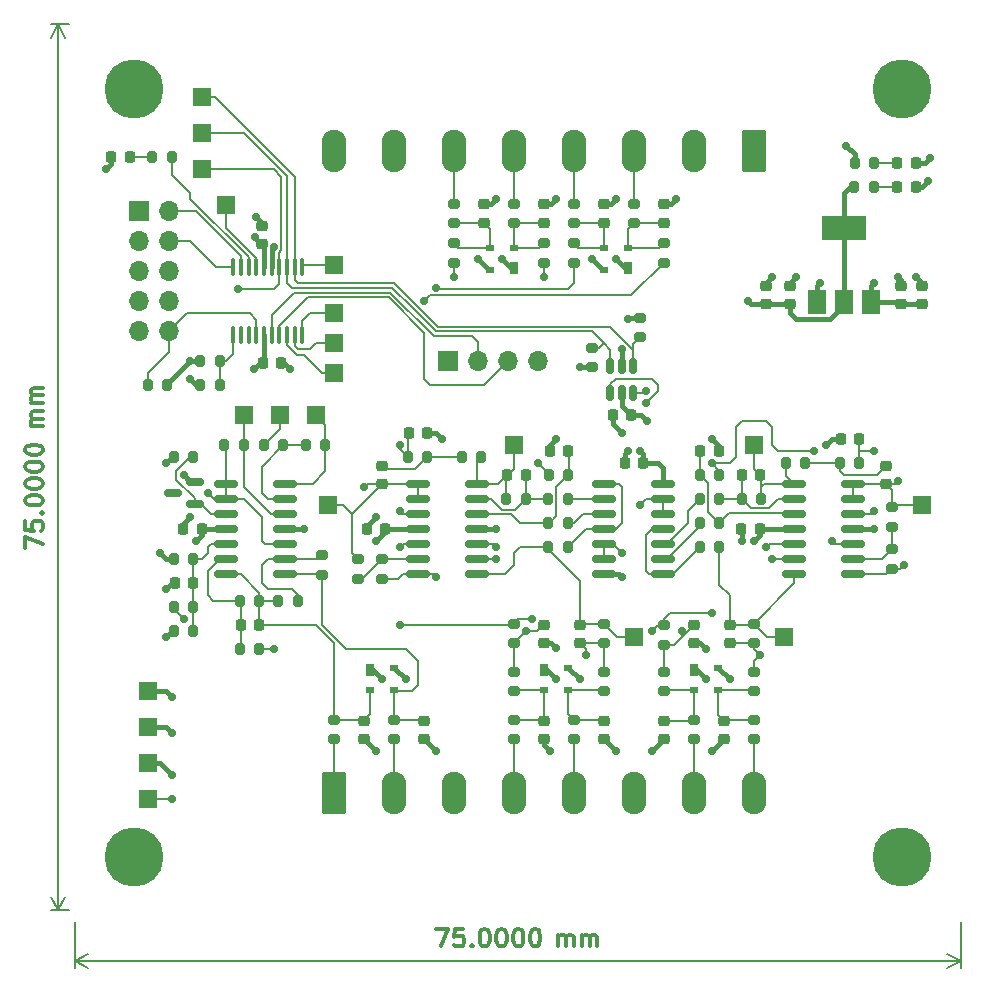
<source format=gbr>
%TF.GenerationSoftware,KiCad,Pcbnew,(6.99.0-4793-g33d76f63b0-dirty)*%
%TF.CreationDate,2022-12-11T21:29:41+01:00*%
%TF.ProjectId,resolver-to-sincos,7265736f-6c76-4657-922d-746f2d73696e,rev?*%
%TF.SameCoordinates,Original*%
%TF.FileFunction,Copper,L1,Top*%
%TF.FilePolarity,Positive*%
%FSLAX46Y46*%
G04 Gerber Fmt 4.6, Leading zero omitted, Abs format (unit mm)*
G04 Created by KiCad (PCBNEW (6.99.0-4793-g33d76f63b0-dirty)) date 2022-12-11 21:29:41*
%MOMM*%
%LPD*%
G01*
G04 APERTURE LIST*
G04 Aperture macros list*
%AMRoundRect*
0 Rectangle with rounded corners*
0 $1 Rounding radius*
0 $2 $3 $4 $5 $6 $7 $8 $9 X,Y pos of 4 corners*
0 Add a 4 corners polygon primitive as box body*
4,1,4,$2,$3,$4,$5,$6,$7,$8,$9,$2,$3,0*
0 Add four circle primitives for the rounded corners*
1,1,$1+$1,$2,$3*
1,1,$1+$1,$4,$5*
1,1,$1+$1,$6,$7*
1,1,$1+$1,$8,$9*
0 Add four rect primitives between the rounded corners*
20,1,$1+$1,$2,$3,$4,$5,0*
20,1,$1+$1,$4,$5,$6,$7,0*
20,1,$1+$1,$6,$7,$8,$9,0*
20,1,$1+$1,$8,$9,$2,$3,0*%
G04 Aperture macros list end*
%ADD10C,0.300000*%
%TA.AperFunction,NonConductor*%
%ADD11C,0.300000*%
%TD*%
%TA.AperFunction,NonConductor*%
%ADD12C,0.200000*%
%TD*%
%TA.AperFunction,SMDPad,CuDef*%
%ADD13RoundRect,0.200000X0.200000X0.275000X-0.200000X0.275000X-0.200000X-0.275000X0.200000X-0.275000X0*%
%TD*%
%TA.AperFunction,SMDPad,CuDef*%
%ADD14RoundRect,0.200000X-0.200000X-0.275000X0.200000X-0.275000X0.200000X0.275000X-0.200000X0.275000X0*%
%TD*%
%TA.AperFunction,SMDPad,CuDef*%
%ADD15RoundRect,0.225000X0.250000X-0.225000X0.250000X0.225000X-0.250000X0.225000X-0.250000X-0.225000X0*%
%TD*%
%TA.AperFunction,SMDPad,CuDef*%
%ADD16RoundRect,0.200000X0.275000X-0.200000X0.275000X0.200000X-0.275000X0.200000X-0.275000X-0.200000X0*%
%TD*%
%TA.AperFunction,SMDPad,CuDef*%
%ADD17RoundRect,0.200000X-0.275000X0.200000X-0.275000X-0.200000X0.275000X-0.200000X0.275000X0.200000X0*%
%TD*%
%TA.AperFunction,SMDPad,CuDef*%
%ADD18RoundRect,0.225000X0.225000X0.250000X-0.225000X0.250000X-0.225000X-0.250000X0.225000X-0.250000X0*%
%TD*%
%TA.AperFunction,SMDPad,CuDef*%
%ADD19RoundRect,0.150000X-0.825000X-0.150000X0.825000X-0.150000X0.825000X0.150000X-0.825000X0.150000X0*%
%TD*%
%TA.AperFunction,SMDPad,CuDef*%
%ADD20RoundRect,0.218750X-0.218750X-0.256250X0.218750X-0.256250X0.218750X0.256250X-0.218750X0.256250X0*%
%TD*%
%TA.AperFunction,SMDPad,CuDef*%
%ADD21RoundRect,0.225000X-0.250000X0.225000X-0.250000X-0.225000X0.250000X-0.225000X0.250000X0.225000X0*%
%TD*%
%TA.AperFunction,SMDPad,CuDef*%
%ADD22RoundRect,0.100000X0.100000X-0.637500X0.100000X0.637500X-0.100000X0.637500X-0.100000X-0.637500X0*%
%TD*%
%TA.AperFunction,SMDPad,CuDef*%
%ADD23R,1.500000X1.500000*%
%TD*%
%TA.AperFunction,ComponentPad*%
%ADD24C,5.000000*%
%TD*%
%TA.AperFunction,SMDPad,CuDef*%
%ADD25R,1.500000X2.000000*%
%TD*%
%TA.AperFunction,SMDPad,CuDef*%
%ADD26R,3.800000X2.000000*%
%TD*%
%TA.AperFunction,ComponentPad*%
%ADD27R,1.700000X1.700000*%
%TD*%
%TA.AperFunction,ComponentPad*%
%ADD28O,1.700000X1.700000*%
%TD*%
%TA.AperFunction,SMDPad,CuDef*%
%ADD29R,0.700000X1.000000*%
%TD*%
%TA.AperFunction,SMDPad,CuDef*%
%ADD30R,0.700000X0.600000*%
%TD*%
%TA.AperFunction,SMDPad,CuDef*%
%ADD31RoundRect,0.225000X-0.225000X-0.250000X0.225000X-0.250000X0.225000X0.250000X-0.225000X0.250000X0*%
%TD*%
%TA.AperFunction,SMDPad,CuDef*%
%ADD32RoundRect,0.218750X0.218750X0.256250X-0.218750X0.256250X-0.218750X-0.256250X0.218750X-0.256250X0*%
%TD*%
%TA.AperFunction,ComponentPad*%
%ADD33RoundRect,0.249999X-0.790001X-1.550001X0.790001X-1.550001X0.790001X1.550001X-0.790001X1.550001X0*%
%TD*%
%TA.AperFunction,ComponentPad*%
%ADD34O,2.080000X3.600000*%
%TD*%
%TA.AperFunction,SMDPad,CuDef*%
%ADD35RoundRect,0.150000X-0.150000X0.512500X-0.150000X-0.512500X0.150000X-0.512500X0.150000X0.512500X0*%
%TD*%
%TA.AperFunction,SMDPad,CuDef*%
%ADD36RoundRect,0.150000X0.587500X0.150000X-0.587500X0.150000X-0.587500X-0.150000X0.587500X-0.150000X0*%
%TD*%
%TA.AperFunction,ComponentPad*%
%ADD37RoundRect,0.249999X0.790001X1.550001X-0.790001X1.550001X-0.790001X-1.550001X0.790001X-1.550001X0*%
%TD*%
%TA.AperFunction,ViaPad*%
%ADD38C,0.700000*%
%TD*%
%TA.AperFunction,Conductor*%
%ADD39C,0.200000*%
%TD*%
%TA.AperFunction,Conductor*%
%ADD40C,0.400000*%
%TD*%
G04 APERTURE END LIST*
D10*
D11*
X95803072Y-143870570D02*
X95803072Y-142870570D01*
X95803072Y-142870570D02*
X97303072Y-143513427D01*
X95803072Y-141584856D02*
X95803072Y-142299142D01*
X95803072Y-142299142D02*
X96517358Y-142370570D01*
X96517358Y-142370570D02*
X96445929Y-142299142D01*
X96445929Y-142299142D02*
X96374501Y-142156285D01*
X96374501Y-142156285D02*
X96374501Y-141799142D01*
X96374501Y-141799142D02*
X96445929Y-141656285D01*
X96445929Y-141656285D02*
X96517358Y-141584856D01*
X96517358Y-141584856D02*
X96660215Y-141513427D01*
X96660215Y-141513427D02*
X97017358Y-141513427D01*
X97017358Y-141513427D02*
X97160215Y-141584856D01*
X97160215Y-141584856D02*
X97231643Y-141656285D01*
X97231643Y-141656285D02*
X97303072Y-141799142D01*
X97303072Y-141799142D02*
X97303072Y-142156285D01*
X97303072Y-142156285D02*
X97231643Y-142299142D01*
X97231643Y-142299142D02*
X97160215Y-142370570D01*
X97160215Y-140870571D02*
X97231643Y-140799142D01*
X97231643Y-140799142D02*
X97303072Y-140870571D01*
X97303072Y-140870571D02*
X97231643Y-140941999D01*
X97231643Y-140941999D02*
X97160215Y-140870571D01*
X97160215Y-140870571D02*
X97303072Y-140870571D01*
X95803072Y-139870570D02*
X95803072Y-139727713D01*
X95803072Y-139727713D02*
X95874501Y-139584856D01*
X95874501Y-139584856D02*
X95945929Y-139513428D01*
X95945929Y-139513428D02*
X96088786Y-139441999D01*
X96088786Y-139441999D02*
X96374501Y-139370570D01*
X96374501Y-139370570D02*
X96731643Y-139370570D01*
X96731643Y-139370570D02*
X97017358Y-139441999D01*
X97017358Y-139441999D02*
X97160215Y-139513428D01*
X97160215Y-139513428D02*
X97231643Y-139584856D01*
X97231643Y-139584856D02*
X97303072Y-139727713D01*
X97303072Y-139727713D02*
X97303072Y-139870570D01*
X97303072Y-139870570D02*
X97231643Y-140013428D01*
X97231643Y-140013428D02*
X97160215Y-140084856D01*
X97160215Y-140084856D02*
X97017358Y-140156285D01*
X97017358Y-140156285D02*
X96731643Y-140227713D01*
X96731643Y-140227713D02*
X96374501Y-140227713D01*
X96374501Y-140227713D02*
X96088786Y-140156285D01*
X96088786Y-140156285D02*
X95945929Y-140084856D01*
X95945929Y-140084856D02*
X95874501Y-140013428D01*
X95874501Y-140013428D02*
X95803072Y-139870570D01*
X95803072Y-138441999D02*
X95803072Y-138299142D01*
X95803072Y-138299142D02*
X95874501Y-138156285D01*
X95874501Y-138156285D02*
X95945929Y-138084857D01*
X95945929Y-138084857D02*
X96088786Y-138013428D01*
X96088786Y-138013428D02*
X96374501Y-137941999D01*
X96374501Y-137941999D02*
X96731643Y-137941999D01*
X96731643Y-137941999D02*
X97017358Y-138013428D01*
X97017358Y-138013428D02*
X97160215Y-138084857D01*
X97160215Y-138084857D02*
X97231643Y-138156285D01*
X97231643Y-138156285D02*
X97303072Y-138299142D01*
X97303072Y-138299142D02*
X97303072Y-138441999D01*
X97303072Y-138441999D02*
X97231643Y-138584857D01*
X97231643Y-138584857D02*
X97160215Y-138656285D01*
X97160215Y-138656285D02*
X97017358Y-138727714D01*
X97017358Y-138727714D02*
X96731643Y-138799142D01*
X96731643Y-138799142D02*
X96374501Y-138799142D01*
X96374501Y-138799142D02*
X96088786Y-138727714D01*
X96088786Y-138727714D02*
X95945929Y-138656285D01*
X95945929Y-138656285D02*
X95874501Y-138584857D01*
X95874501Y-138584857D02*
X95803072Y-138441999D01*
X95803072Y-137013428D02*
X95803072Y-136870571D01*
X95803072Y-136870571D02*
X95874501Y-136727714D01*
X95874501Y-136727714D02*
X95945929Y-136656286D01*
X95945929Y-136656286D02*
X96088786Y-136584857D01*
X96088786Y-136584857D02*
X96374501Y-136513428D01*
X96374501Y-136513428D02*
X96731643Y-136513428D01*
X96731643Y-136513428D02*
X97017358Y-136584857D01*
X97017358Y-136584857D02*
X97160215Y-136656286D01*
X97160215Y-136656286D02*
X97231643Y-136727714D01*
X97231643Y-136727714D02*
X97303072Y-136870571D01*
X97303072Y-136870571D02*
X97303072Y-137013428D01*
X97303072Y-137013428D02*
X97231643Y-137156286D01*
X97231643Y-137156286D02*
X97160215Y-137227714D01*
X97160215Y-137227714D02*
X97017358Y-137299143D01*
X97017358Y-137299143D02*
X96731643Y-137370571D01*
X96731643Y-137370571D02*
X96374501Y-137370571D01*
X96374501Y-137370571D02*
X96088786Y-137299143D01*
X96088786Y-137299143D02*
X95945929Y-137227714D01*
X95945929Y-137227714D02*
X95874501Y-137156286D01*
X95874501Y-137156286D02*
X95803072Y-137013428D01*
X95803072Y-135584857D02*
X95803072Y-135442000D01*
X95803072Y-135442000D02*
X95874501Y-135299143D01*
X95874501Y-135299143D02*
X95945929Y-135227715D01*
X95945929Y-135227715D02*
X96088786Y-135156286D01*
X96088786Y-135156286D02*
X96374501Y-135084857D01*
X96374501Y-135084857D02*
X96731643Y-135084857D01*
X96731643Y-135084857D02*
X97017358Y-135156286D01*
X97017358Y-135156286D02*
X97160215Y-135227715D01*
X97160215Y-135227715D02*
X97231643Y-135299143D01*
X97231643Y-135299143D02*
X97303072Y-135442000D01*
X97303072Y-135442000D02*
X97303072Y-135584857D01*
X97303072Y-135584857D02*
X97231643Y-135727715D01*
X97231643Y-135727715D02*
X97160215Y-135799143D01*
X97160215Y-135799143D02*
X97017358Y-135870572D01*
X97017358Y-135870572D02*
X96731643Y-135942000D01*
X96731643Y-135942000D02*
X96374501Y-135942000D01*
X96374501Y-135942000D02*
X96088786Y-135870572D01*
X96088786Y-135870572D02*
X95945929Y-135799143D01*
X95945929Y-135799143D02*
X95874501Y-135727715D01*
X95874501Y-135727715D02*
X95803072Y-135584857D01*
X97303072Y-133542001D02*
X96303072Y-133542001D01*
X96445929Y-133542001D02*
X96374501Y-133470572D01*
X96374501Y-133470572D02*
X96303072Y-133327715D01*
X96303072Y-133327715D02*
X96303072Y-133113429D01*
X96303072Y-133113429D02*
X96374501Y-132970572D01*
X96374501Y-132970572D02*
X96517358Y-132899144D01*
X96517358Y-132899144D02*
X97303072Y-132899144D01*
X96517358Y-132899144D02*
X96374501Y-132827715D01*
X96374501Y-132827715D02*
X96303072Y-132684858D01*
X96303072Y-132684858D02*
X96303072Y-132470572D01*
X96303072Y-132470572D02*
X96374501Y-132327715D01*
X96374501Y-132327715D02*
X96517358Y-132256286D01*
X96517358Y-132256286D02*
X97303072Y-132256286D01*
X97303072Y-131542001D02*
X96303072Y-131542001D01*
X96445929Y-131542001D02*
X96374501Y-131470572D01*
X96374501Y-131470572D02*
X96303072Y-131327715D01*
X96303072Y-131327715D02*
X96303072Y-131113429D01*
X96303072Y-131113429D02*
X96374501Y-130970572D01*
X96374501Y-130970572D02*
X96517358Y-130899144D01*
X96517358Y-130899144D02*
X97303072Y-130899144D01*
X96517358Y-130899144D02*
X96374501Y-130827715D01*
X96374501Y-130827715D02*
X96303072Y-130684858D01*
X96303072Y-130684858D02*
X96303072Y-130470572D01*
X96303072Y-130470572D02*
X96374501Y-130327715D01*
X96374501Y-130327715D02*
X96517358Y-130256286D01*
X96517358Y-130256286D02*
X97303072Y-130256286D01*
D12*
X99500000Y-99492000D02*
X97965581Y-99492000D01*
X99500000Y-174492000D02*
X97965581Y-174492000D01*
X98552001Y-99492000D02*
X98552001Y-174492000D01*
X98552001Y-99492000D02*
X98552001Y-174492000D01*
X98552001Y-99492000D02*
X99138422Y-100618504D01*
X98552001Y-99492000D02*
X97965580Y-100618504D01*
X98552001Y-174492000D02*
X97965580Y-173365496D01*
X98552001Y-174492000D02*
X99138422Y-173365496D01*
D10*
D11*
X130621429Y-176067071D02*
X131621429Y-176067071D01*
X131621429Y-176067071D02*
X130978572Y-177567071D01*
X132907143Y-176067071D02*
X132192857Y-176067071D01*
X132192857Y-176067071D02*
X132121429Y-176781357D01*
X132121429Y-176781357D02*
X132192857Y-176709928D01*
X132192857Y-176709928D02*
X132335715Y-176638500D01*
X132335715Y-176638500D02*
X132692857Y-176638500D01*
X132692857Y-176638500D02*
X132835715Y-176709928D01*
X132835715Y-176709928D02*
X132907143Y-176781357D01*
X132907143Y-176781357D02*
X132978572Y-176924214D01*
X132978572Y-176924214D02*
X132978572Y-177281357D01*
X132978572Y-177281357D02*
X132907143Y-177424214D01*
X132907143Y-177424214D02*
X132835715Y-177495642D01*
X132835715Y-177495642D02*
X132692857Y-177567071D01*
X132692857Y-177567071D02*
X132335715Y-177567071D01*
X132335715Y-177567071D02*
X132192857Y-177495642D01*
X132192857Y-177495642D02*
X132121429Y-177424214D01*
X133621428Y-177424214D02*
X133692857Y-177495642D01*
X133692857Y-177495642D02*
X133621428Y-177567071D01*
X133621428Y-177567071D02*
X133550000Y-177495642D01*
X133550000Y-177495642D02*
X133621428Y-177424214D01*
X133621428Y-177424214D02*
X133621428Y-177567071D01*
X134621429Y-176067071D02*
X134764286Y-176067071D01*
X134764286Y-176067071D02*
X134907143Y-176138500D01*
X134907143Y-176138500D02*
X134978572Y-176209928D01*
X134978572Y-176209928D02*
X135050000Y-176352785D01*
X135050000Y-176352785D02*
X135121429Y-176638500D01*
X135121429Y-176638500D02*
X135121429Y-176995642D01*
X135121429Y-176995642D02*
X135050000Y-177281357D01*
X135050000Y-177281357D02*
X134978572Y-177424214D01*
X134978572Y-177424214D02*
X134907143Y-177495642D01*
X134907143Y-177495642D02*
X134764286Y-177567071D01*
X134764286Y-177567071D02*
X134621429Y-177567071D01*
X134621429Y-177567071D02*
X134478572Y-177495642D01*
X134478572Y-177495642D02*
X134407143Y-177424214D01*
X134407143Y-177424214D02*
X134335714Y-177281357D01*
X134335714Y-177281357D02*
X134264286Y-176995642D01*
X134264286Y-176995642D02*
X134264286Y-176638500D01*
X134264286Y-176638500D02*
X134335714Y-176352785D01*
X134335714Y-176352785D02*
X134407143Y-176209928D01*
X134407143Y-176209928D02*
X134478572Y-176138500D01*
X134478572Y-176138500D02*
X134621429Y-176067071D01*
X136050000Y-176067071D02*
X136192857Y-176067071D01*
X136192857Y-176067071D02*
X136335714Y-176138500D01*
X136335714Y-176138500D02*
X136407143Y-176209928D01*
X136407143Y-176209928D02*
X136478571Y-176352785D01*
X136478571Y-176352785D02*
X136550000Y-176638500D01*
X136550000Y-176638500D02*
X136550000Y-176995642D01*
X136550000Y-176995642D02*
X136478571Y-177281357D01*
X136478571Y-177281357D02*
X136407143Y-177424214D01*
X136407143Y-177424214D02*
X136335714Y-177495642D01*
X136335714Y-177495642D02*
X136192857Y-177567071D01*
X136192857Y-177567071D02*
X136050000Y-177567071D01*
X136050000Y-177567071D02*
X135907143Y-177495642D01*
X135907143Y-177495642D02*
X135835714Y-177424214D01*
X135835714Y-177424214D02*
X135764285Y-177281357D01*
X135764285Y-177281357D02*
X135692857Y-176995642D01*
X135692857Y-176995642D02*
X135692857Y-176638500D01*
X135692857Y-176638500D02*
X135764285Y-176352785D01*
X135764285Y-176352785D02*
X135835714Y-176209928D01*
X135835714Y-176209928D02*
X135907143Y-176138500D01*
X135907143Y-176138500D02*
X136050000Y-176067071D01*
X137478571Y-176067071D02*
X137621428Y-176067071D01*
X137621428Y-176067071D02*
X137764285Y-176138500D01*
X137764285Y-176138500D02*
X137835714Y-176209928D01*
X137835714Y-176209928D02*
X137907142Y-176352785D01*
X137907142Y-176352785D02*
X137978571Y-176638500D01*
X137978571Y-176638500D02*
X137978571Y-176995642D01*
X137978571Y-176995642D02*
X137907142Y-177281357D01*
X137907142Y-177281357D02*
X137835714Y-177424214D01*
X137835714Y-177424214D02*
X137764285Y-177495642D01*
X137764285Y-177495642D02*
X137621428Y-177567071D01*
X137621428Y-177567071D02*
X137478571Y-177567071D01*
X137478571Y-177567071D02*
X137335714Y-177495642D01*
X137335714Y-177495642D02*
X137264285Y-177424214D01*
X137264285Y-177424214D02*
X137192856Y-177281357D01*
X137192856Y-177281357D02*
X137121428Y-176995642D01*
X137121428Y-176995642D02*
X137121428Y-176638500D01*
X137121428Y-176638500D02*
X137192856Y-176352785D01*
X137192856Y-176352785D02*
X137264285Y-176209928D01*
X137264285Y-176209928D02*
X137335714Y-176138500D01*
X137335714Y-176138500D02*
X137478571Y-176067071D01*
X138907142Y-176067071D02*
X139049999Y-176067071D01*
X139049999Y-176067071D02*
X139192856Y-176138500D01*
X139192856Y-176138500D02*
X139264285Y-176209928D01*
X139264285Y-176209928D02*
X139335713Y-176352785D01*
X139335713Y-176352785D02*
X139407142Y-176638500D01*
X139407142Y-176638500D02*
X139407142Y-176995642D01*
X139407142Y-176995642D02*
X139335713Y-177281357D01*
X139335713Y-177281357D02*
X139264285Y-177424214D01*
X139264285Y-177424214D02*
X139192856Y-177495642D01*
X139192856Y-177495642D02*
X139049999Y-177567071D01*
X139049999Y-177567071D02*
X138907142Y-177567071D01*
X138907142Y-177567071D02*
X138764285Y-177495642D01*
X138764285Y-177495642D02*
X138692856Y-177424214D01*
X138692856Y-177424214D02*
X138621427Y-177281357D01*
X138621427Y-177281357D02*
X138549999Y-176995642D01*
X138549999Y-176995642D02*
X138549999Y-176638500D01*
X138549999Y-176638500D02*
X138621427Y-176352785D01*
X138621427Y-176352785D02*
X138692856Y-176209928D01*
X138692856Y-176209928D02*
X138764285Y-176138500D01*
X138764285Y-176138500D02*
X138907142Y-176067071D01*
X140949998Y-177567071D02*
X140949998Y-176567071D01*
X140949998Y-176709928D02*
X141021427Y-176638500D01*
X141021427Y-176638500D02*
X141164284Y-176567071D01*
X141164284Y-176567071D02*
X141378570Y-176567071D01*
X141378570Y-176567071D02*
X141521427Y-176638500D01*
X141521427Y-176638500D02*
X141592856Y-176781357D01*
X141592856Y-176781357D02*
X141592856Y-177567071D01*
X141592856Y-176781357D02*
X141664284Y-176638500D01*
X141664284Y-176638500D02*
X141807141Y-176567071D01*
X141807141Y-176567071D02*
X142021427Y-176567071D01*
X142021427Y-176567071D02*
X142164284Y-176638500D01*
X142164284Y-176638500D02*
X142235713Y-176781357D01*
X142235713Y-176781357D02*
X142235713Y-177567071D01*
X142949998Y-177567071D02*
X142949998Y-176567071D01*
X142949998Y-176709928D02*
X143021427Y-176638500D01*
X143021427Y-176638500D02*
X143164284Y-176567071D01*
X143164284Y-176567071D02*
X143378570Y-176567071D01*
X143378570Y-176567071D02*
X143521427Y-176638500D01*
X143521427Y-176638500D02*
X143592856Y-176781357D01*
X143592856Y-176781357D02*
X143592856Y-177567071D01*
X143592856Y-176781357D02*
X143664284Y-176638500D01*
X143664284Y-176638500D02*
X143807141Y-176567071D01*
X143807141Y-176567071D02*
X144021427Y-176567071D01*
X144021427Y-176567071D02*
X144164284Y-176638500D01*
X144164284Y-176638500D02*
X144235713Y-176781357D01*
X144235713Y-176781357D02*
X144235713Y-177567071D01*
D12*
X100000000Y-175500000D02*
X100000000Y-179402420D01*
X175000000Y-175500000D02*
X175000000Y-179402420D01*
X100000000Y-178816000D02*
X175000000Y-178816000D01*
X100000000Y-178816000D02*
X175000000Y-178816000D01*
X100000000Y-178816000D02*
X101126504Y-178229579D01*
X100000000Y-178816000D02*
X101126504Y-179402421D01*
X175000000Y-178816000D02*
X173873496Y-179402421D01*
X175000000Y-178816000D02*
X173873496Y-178229579D01*
D13*
%TO.P,R45,1*%
%TO.N,Net-(C19-Pad2)*%
X134429000Y-136144000D03*
%TO.P,R45,2*%
%TO.N,Net-(C21-Pad2)*%
X132779000Y-136144000D03*
%TD*%
D14*
%TO.P,R28,1*%
%TO.N,Net-(R28-Pad1)*%
X152908000Y-141732000D03*
%TO.P,R28,2*%
%TO.N,Net-(U2A-+)*%
X154558000Y-141732000D03*
%TD*%
D15*
%TO.P,C7,1*%
%TO.N,/ESD_COSP*%
X149860000Y-116282000D03*
%TO.P,C7,2*%
%TO.N,GND*%
X149860000Y-114732000D03*
%TD*%
D16*
%TO.P,R25,1*%
%TO.N,Net-(U2B--)*%
X157480000Y-151892000D03*
%TO.P,R25,2*%
%TO.N,Net-(C13-Pad2)*%
X157480000Y-150242000D03*
%TD*%
%TO.P,R3,1*%
%TO.N,Net-(J2-Pin_5)*%
X142240000Y-160020000D03*
%TO.P,R3,2*%
%TO.N,/ESD_RCN*%
X142240000Y-158370000D03*
%TD*%
D14*
%TO.P,R54,1*%
%TO.N,/U_REF*%
X108395000Y-148844000D03*
%TO.P,R54,2*%
%TO.N,Net-(U5B-+)*%
X110045000Y-148844000D03*
%TD*%
%TO.P,R59,1*%
%TO.N,GND*%
X108395000Y-150876000D03*
%TO.P,R59,2*%
%TO.N,Net-(U5B-+)*%
X110045000Y-150876000D03*
%TD*%
D17*
%TO.P,R34,1*%
%TO.N,/OUT_SIN_P*%
X169164000Y-140399000D03*
%TO.P,R34,2*%
%TO.N,Net-(U2C--)*%
X169164000Y-142049000D03*
%TD*%
D18*
%TO.P,C30,1*%
%TO.N,GND*%
X117488000Y-128156000D03*
%TO.P,C30,2*%
%TO.N,+3.3V*%
X115938000Y-128156000D03*
%TD*%
D17*
%TO.P,R48,1*%
%TO.N,Net-(U4B--)*%
X125984000Y-144780000D03*
%TO.P,R48,2*%
%TO.N,/OUT_COS_N*%
X125984000Y-146430000D03*
%TD*%
D14*
%TO.P,R1,1*%
%TO.N,+5V*%
X108395000Y-136144000D03*
%TO.P,R1,2*%
%TO.N,Net-(U1-K)*%
X110045000Y-136144000D03*
%TD*%
D15*
%TO.P,C29,1*%
%TO.N,+3.3V*%
X115824000Y-118123000D03*
%TO.P,C29,2*%
%TO.N,GND*%
X115824000Y-116573000D03*
%TD*%
D19*
%TO.P,U5,1*%
%TO.N,/U_REF*%
X112841000Y-138430000D03*
%TO.P,U5,2,-*%
X112841000Y-139700000D03*
%TO.P,U5,3,+*%
%TO.N,Net-(U1-K)*%
X112841000Y-140970000D03*
%TO.P,U5,4,V+*%
%TO.N,+5V*%
X112841000Y-142240000D03*
%TO.P,U5,5,+*%
%TO.N,Net-(U5B-+)*%
X112841000Y-143510000D03*
%TO.P,U5,6,-*%
%TO.N,Net-(U5B--)*%
X112841000Y-144780000D03*
%TO.P,U5,7*%
%TO.N,/ESD_TXP*%
X112841000Y-146050000D03*
%TO.P,U5,8*%
%TO.N,/ESD_TXN*%
X117791000Y-146050000D03*
%TO.P,U5,9,-*%
%TO.N,Net-(U5C--)*%
X117791000Y-144780000D03*
%TO.P,U5,10,+*%
%TO.N,/U_REF*%
X117791000Y-143510000D03*
%TO.P,U5,11,V-*%
%TO.N,GND*%
X117791000Y-142240000D03*
%TO.P,U5,12,+*%
%TO.N,Net-(U5D-+)*%
X117791000Y-140970000D03*
%TO.P,U5,13,-*%
%TO.N,Net-(U5D--)*%
X117791000Y-139700000D03*
%TO.P,U5,14*%
%TO.N,Net-(R61-Pad2)*%
X117791000Y-138430000D03*
%TD*%
D20*
%TO.P,D9,1,K*%
%TO.N,GND*%
X103073000Y-110744000D03*
%TO.P,D9,2,A*%
%TO.N,Net-(D9-A)*%
X104648000Y-110744000D03*
%TD*%
D16*
%TO.P,R24,1*%
%TO.N,/ESD_RSN*%
X157480000Y-155956000D03*
%TO.P,R24,2*%
%TO.N,Net-(U2B--)*%
X157480000Y-154306000D03*
%TD*%
D18*
%TO.P,C26,1*%
%TO.N,+5V*%
X110744000Y-142240000D03*
%TO.P,C26,2*%
%TO.N,GND*%
X109194000Y-142240000D03*
%TD*%
D21*
%TO.P,C5,1*%
%TO.N,/ESD_RSP*%
X149860000Y-158470000D03*
%TO.P,C5,2*%
%TO.N,GND*%
X149860000Y-160020000D03*
%TD*%
D22*
%TO.P,U7,1,BOOT0*%
%TO.N,Net-(U7-BOOT0)*%
X113407000Y-125798500D03*
%TO.P,U7,2,PF0*%
%TO.N,unconnected-(U7-PF0)*%
X114057000Y-125798500D03*
%TO.P,U7,3,PF1*%
%TO.N,unconnected-(U7-PF1)*%
X114707000Y-125798500D03*
%TO.P,U7,4,NRST*%
%TO.N,/Microprocessor/~{RESET}*%
X115357000Y-125798500D03*
%TO.P,U7,5,VDDA*%
%TO.N,+3.3V*%
X116007000Y-125798500D03*
%TO.P,U7,6,PA0*%
%TO.N,/Microprocessor/USART4_TX*%
X116657000Y-125798500D03*
%TO.P,U7,7,PA1*%
%TO.N,/Microprocessor/USART4_RX*%
X117307000Y-125798500D03*
%TO.P,U7,8,PA2*%
%TO.N,Net-(U7-PA2)*%
X117957000Y-125798500D03*
%TO.P,U7,9,PA3*%
%TO.N,Net-(U7-PA3)*%
X118607000Y-125798500D03*
%TO.P,U7,10,PA4*%
%TO.N,Net-(U7-PA4)*%
X119257000Y-125798500D03*
%TO.P,U7,11,PA5*%
%TO.N,Net-(U7-PA5)*%
X119257000Y-120073500D03*
%TO.P,U7,12,PA6*%
%TO.N,/Microprocessor/SW_POS_3v3*%
X118607000Y-120073500D03*
%TO.P,U7,13,PA7*%
%TO.N,/Microprocessor/SW_NEG_3v3*%
X117957000Y-120073500D03*
%TO.P,U7,14,PB1*%
%TO.N,RESOLVER_TX*%
X117307000Y-120073500D03*
%TO.P,U7,15,VSS*%
%TO.N,GND*%
X116657000Y-120073500D03*
%TO.P,U7,16,VDD*%
%TO.N,+3.3V*%
X116007000Y-120073500D03*
%TO.P,U7,17,PA9*%
%TO.N,Net-(U7-PA9)*%
X115357000Y-120073500D03*
%TO.P,U7,18,PA10*%
%TO.N,Net-(U7-PA10)*%
X114707000Y-120073500D03*
%TO.P,U7,19,PA13*%
%TO.N,/Microprocessor/SWDIO*%
X114057000Y-120073500D03*
%TO.P,U7,20,PA14*%
%TO.N,/Microprocessor/SWCK*%
X113407000Y-120073500D03*
%TD*%
D21*
%TO.P,C3,1*%
%TO.N,/ESD_RCP*%
X139700000Y-158470000D03*
%TO.P,C3,2*%
%TO.N,GND*%
X139700000Y-160020000D03*
%TD*%
D23*
%TO.P,TP2,1,1*%
%TO.N,Net-(C11-Pad2)*%
X157479999Y-135127999D03*
%TD*%
D19*
%TO.P,U4,1*%
%TO.N,/OUT_COS_P*%
X129097000Y-138430000D03*
%TO.P,U4,2,-*%
X129097000Y-139700000D03*
%TO.P,U4,3,+*%
%TO.N,Net-(U4A-+)*%
X129097000Y-140970000D03*
%TO.P,U4,4,V+*%
%TO.N,+5V*%
X129097000Y-142240000D03*
%TO.P,U4,5,+*%
%TO.N,/U_REF*%
X129097000Y-143510000D03*
%TO.P,U4,6,-*%
%TO.N,Net-(U4B--)*%
X129097000Y-144780000D03*
%TO.P,U4,7*%
%TO.N,/OUT_COS_N*%
X129097000Y-146050000D03*
%TO.P,U4,8*%
%TO.N,Net-(C17-Pad2)*%
X134047000Y-146050000D03*
%TO.P,U4,9,-*%
%TO.N,Net-(U4C--)*%
X134047000Y-144780000D03*
%TO.P,U4,10,+*%
%TO.N,Net-(U4C-+)*%
X134047000Y-143510000D03*
%TO.P,U4,11,V-*%
%TO.N,GND*%
X134047000Y-142240000D03*
%TO.P,U4,12,+*%
%TO.N,Net-(U4D-+)*%
X134047000Y-140970000D03*
%TO.P,U4,13,-*%
%TO.N,Net-(U4D--)*%
X134047000Y-139700000D03*
%TO.P,U4,14*%
%TO.N,Net-(C19-Pad2)*%
X134047000Y-138430000D03*
%TD*%
D17*
%TO.P,R65,1*%
%TO.N,+3.3V*%
X147828000Y-124334000D03*
%TO.P,R65,2*%
%TO.N,/Microprocessor/SW_POS_3v3*%
X147828000Y-125984000D03*
%TD*%
D16*
%TO.P,R20,1*%
%TO.N,/OUT_COS_N*%
X142240000Y-119697000D03*
%TO.P,R20,2*%
%TO.N,/ESD_COSN*%
X142240000Y-118047000D03*
%TD*%
D15*
%TO.P,C9,1*%
%TO.N,/ESD_SINP*%
X139700000Y-116282000D03*
%TO.P,C9,2*%
%TO.N,GND*%
X139700000Y-114732000D03*
%TD*%
D23*
%TO.P,TP1,1,1*%
%TO.N,Net-(C13-Pad2)*%
X160019999Y-151383999D03*
%TD*%
D15*
%TO.P,C32,1*%
%TO.N,+5V*%
X171704000Y-123203000D03*
%TO.P,C32,2*%
%TO.N,GND*%
X171704000Y-121653000D03*
%TD*%
D18*
%TO.P,C35,1*%
%TO.N,+5V*%
X147079000Y-132588000D03*
%TO.P,C35,2*%
%TO.N,GND*%
X145529000Y-132588000D03*
%TD*%
D16*
%TO.P,R15,1*%
%TO.N,/ESD_COSP*%
X147320000Y-116332000D03*
%TO.P,R15,2*%
%TO.N,Net-(J3-Pin_3)*%
X147320000Y-114682000D03*
%TD*%
D13*
%TO.P,R29,1*%
%TO.N,/U_REF*%
X154558000Y-137668000D03*
%TO.P,R29,2*%
%TO.N,Net-(U2A-+)*%
X152908000Y-137668000D03*
%TD*%
D14*
%TO.P,R50,1*%
%TO.N,+3.3V*%
X108395000Y-144780000D03*
%TO.P,R50,2*%
%TO.N,Net-(U5B-+)*%
X110045000Y-144780000D03*
%TD*%
D24*
%TO.P,H3,1,1*%
%TO.N,GND*%
X170000000Y-105000000D03*
%TD*%
D25*
%TO.P,U8,1,GND*%
%TO.N,GND*%
X162799999Y-123037999D03*
%TO.P,U8,2,VO*%
%TO.N,+3.3V*%
X165099999Y-123037999D03*
D26*
X165099999Y-116737999D03*
D25*
%TO.P,U8,3,VI*%
%TO.N,+5V*%
X167399999Y-123037999D03*
%TD*%
D14*
%TO.P,R32,1*%
%TO.N,Net-(C11-Pad2)*%
X160211000Y-136652000D03*
%TO.P,R32,2*%
%TO.N,Net-(C16-Pad2)*%
X161861000Y-136652000D03*
%TD*%
D17*
%TO.P,R49,1*%
%TO.N,Net-(U5C--)*%
X120904000Y-144463000D03*
%TO.P,R49,2*%
%TO.N,/ESD_TXN*%
X120904000Y-146113000D03*
%TD*%
D23*
%TO.P,TP18,1,1*%
%TO.N,+3.3V*%
X106171999Y-159003999D03*
%TD*%
D16*
%TO.P,R4,1*%
%TO.N,Net-(J2-Pin_7)*%
X152400000Y-160020000D03*
%TO.P,R4,2*%
%TO.N,/ESD_RSP*%
X152400000Y-158370000D03*
%TD*%
D24*
%TO.P,H2,1,1*%
%TO.N,GND*%
X170000000Y-170000000D03*
%TD*%
D13*
%TO.P,R44,1*%
%TO.N,Net-(U4D--)*%
X138176000Y-139700000D03*
%TO.P,R44,2*%
%TO.N,Net-(C19-Pad2)*%
X136526000Y-139700000D03*
%TD*%
D23*
%TO.P,TP11,1,1*%
%TO.N,/Microprocessor/SW_NEG_3v3*%
X110743999Y-108711999D03*
%TD*%
D27*
%TO.P,J1,1,VTref*%
%TO.N,+3.3V*%
X105419499Y-115310999D03*
D28*
%TO.P,J1,2,SWDIO/TMS*%
%TO.N,/Microprocessor/SWDIO*%
X107959499Y-115310999D03*
%TO.P,J1,3,GND*%
%TO.N,GND*%
X105419499Y-117850999D03*
%TO.P,J1,4,SWDCLK/TCK*%
%TO.N,/Microprocessor/SWCK*%
X107959499Y-117850999D03*
%TO.P,J1,5,GND*%
%TO.N,GND*%
X105419499Y-120390999D03*
%TO.P,J1,6,SWO/TDO*%
%TO.N,unconnected-(J1-SWO{slash}TDO)*%
X107959499Y-120390999D03*
%TO.P,J1,7,KEY*%
%TO.N,unconnected-(J1-KEY)*%
X105419499Y-122930999D03*
%TO.P,J1,8,NC/TDI*%
%TO.N,unconnected-(J1-NC{slash}TDI)*%
X107959499Y-122930999D03*
%TO.P,J1,9,GNDDetect*%
%TO.N,GND*%
X105419499Y-125470999D03*
%TO.P,J1,10,~{RESET}*%
%TO.N,/Microprocessor/~{RESET}*%
X107959499Y-125470999D03*
%TD*%
D29*
%TO.P,D1,1,GND*%
%TO.N,GND*%
X124983999Y-154189999D03*
D30*
%TO.P,D1,2,I/O1*%
%TO.N,/ESD_TXP*%
X124983999Y-155889999D03*
%TO.P,D1,3,I/O2*%
%TO.N,/ESD_TXN*%
X126983999Y-155889999D03*
%TO.P,D1,4,VCC*%
%TO.N,+5V*%
X126983999Y-153989999D03*
%TD*%
D14*
%TO.P,R27,1*%
%TO.N,Net-(R27-Pad1)*%
X152908000Y-139700000D03*
%TO.P,R27,2*%
%TO.N,Net-(U2A--)*%
X154558000Y-139700000D03*
%TD*%
D15*
%TO.P,C31,1*%
%TO.N,+5V*%
X169939000Y-123203000D03*
%TO.P,C31,2*%
%TO.N,GND*%
X169939000Y-121653000D03*
%TD*%
D23*
%TO.P,TP13,1,1*%
%TO.N,Net-(U7-PA2)*%
X121919999Y-129031999D03*
%TD*%
D31*
%TO.P,C15,1*%
%TO.N,GND*%
X164833000Y-134620000D03*
%TO.P,C15,2*%
%TO.N,Net-(U2D-+)*%
X166383000Y-134620000D03*
%TD*%
D32*
%TO.P,D8,1,K*%
%TO.N,GND*%
X171196000Y-113284000D03*
%TO.P,D8,2,A*%
%TO.N,Net-(D8-A)*%
X169621000Y-113284000D03*
%TD*%
D23*
%TO.P,TP6,1,1*%
%TO.N,/OUT_COS_P*%
X121411999Y-140207999D03*
%TD*%
D17*
%TO.P,R47,1*%
%TO.N,/OUT_COS_P*%
X123952000Y-144780000D03*
%TO.P,R47,2*%
%TO.N,Net-(U4B--)*%
X123952000Y-146430000D03*
%TD*%
D21*
%TO.P,C6,1*%
%TO.N,/ESD_RSN*%
X154940000Y-158470000D03*
%TO.P,C6,2*%
%TO.N,GND*%
X154940000Y-160020000D03*
%TD*%
D15*
%TO.P,C33,1*%
%TO.N,+3.3V*%
X160528000Y-123203000D03*
%TO.P,C33,2*%
%TO.N,GND*%
X160528000Y-121653000D03*
%TD*%
D29*
%TO.P,D4,1,GND*%
%TO.N,GND*%
X137143999Y-120129999D03*
D30*
%TO.P,D4,2,I/O1*%
%TO.N,/ESD_SINP*%
X137143999Y-118429999D03*
%TO.P,D4,3,I/O2*%
%TO.N,/ESD_SINN*%
X135143999Y-118429999D03*
%TO.P,D4,4,VCC*%
%TO.N,+5V*%
X135143999Y-120329999D03*
%TD*%
D16*
%TO.P,R2,1*%
%TO.N,Net-(J2-Pin_4)*%
X137160000Y-160020000D03*
%TO.P,R2,2*%
%TO.N,/ESD_RCP*%
X137160000Y-158370000D03*
%TD*%
D17*
%TO.P,R26,1*%
%TO.N,/U_REF*%
X149860000Y-150368000D03*
%TO.P,R26,2*%
%TO.N,Net-(U2B-+)*%
X149860000Y-152018000D03*
%TD*%
D33*
%TO.P,J2,1,Pin_1*%
%TO.N,Net-(J2-Pin_1)*%
X121920000Y-164592000D03*
D34*
%TO.P,J2,2,Pin_2*%
%TO.N,Net-(J2-Pin_2)*%
X126999999Y-164591999D03*
%TO.P,J2,3,Pin_3*%
%TO.N,GND*%
X132079999Y-164591999D03*
%TO.P,J2,4,Pin_4*%
%TO.N,Net-(J2-Pin_4)*%
X137159999Y-164591999D03*
%TO.P,J2,5,Pin_5*%
%TO.N,Net-(J2-Pin_5)*%
X142239999Y-164591999D03*
%TO.P,J2,6,Pin_6*%
%TO.N,GND*%
X147319999Y-164591999D03*
%TO.P,J2,7,Pin_7*%
%TO.N,Net-(J2-Pin_7)*%
X152399999Y-164591999D03*
%TO.P,J2,8,Pin_8*%
%TO.N,Net-(J2-Pin_8)*%
X157479999Y-164591999D03*
%TD*%
D23*
%TO.P,TP4,1,1*%
%TO.N,Net-(C17-Pad2)*%
X147319999Y-151383999D03*
%TD*%
%TO.P,TP10,1,1*%
%TO.N,/Microprocessor/SW_POS_3v3*%
X110743999Y-105663999D03*
%TD*%
D14*
%TO.P,R56,1*%
%TO.N,+3.3V*%
X110618000Y-128016000D03*
%TO.P,R56,2*%
%TO.N,Net-(U7-BOOT0)*%
X112268000Y-128016000D03*
%TD*%
D31*
%TO.P,C27,1*%
%TO.N,GND*%
X108445000Y-146812000D03*
%TO.P,C27,2*%
%TO.N,Net-(U5B-+)*%
X109995000Y-146812000D03*
%TD*%
D16*
%TO.P,R16,1*%
%TO.N,/ESD_COSN*%
X142240000Y-116332000D03*
%TO.P,R16,2*%
%TO.N,Net-(J3-Pin_4)*%
X142240000Y-114682000D03*
%TD*%
D35*
%TO.P,U6,1*%
%TO.N,/Microprocessor/SW_POS_3v3*%
X147254000Y-128402500D03*
%TO.P,U6,2,GND*%
%TO.N,GND*%
X146304000Y-128402500D03*
%TO.P,U6,3*%
%TO.N,/Microprocessor/SW_NEG_3v3*%
X145354000Y-128402500D03*
%TO.P,U6,4*%
%TO.N,SW_NEG*%
X145354000Y-130677500D03*
%TO.P,U6,5,VCC*%
%TO.N,+5V*%
X146304000Y-130677500D03*
%TO.P,U6,6*%
%TO.N,SW_POS*%
X147254000Y-130677500D03*
%TD*%
D14*
%TO.P,R53,1*%
%TO.N,Net-(U5B--)*%
X113983000Y-148306000D03*
%TO.P,R53,2*%
%TO.N,/ESD_TXP*%
X115633000Y-148306000D03*
%TD*%
D13*
%TO.P,R42,1*%
%TO.N,Net-(R42-Pad1)*%
X141732000Y-141732000D03*
%TO.P,R42,2*%
%TO.N,Net-(U4D-+)*%
X140082000Y-141732000D03*
%TD*%
D23*
%TO.P,TP9,1,1*%
%TO.N,+5V*%
X106171999Y-162051999D03*
%TD*%
D14*
%TO.P,R33,1*%
%TO.N,Net-(C16-Pad2)*%
X164783000Y-136652000D03*
%TO.P,R33,2*%
%TO.N,Net-(U2D-+)*%
X166433000Y-136652000D03*
%TD*%
D16*
%TO.P,R6,1*%
%TO.N,Net-(J2-Pin_1)*%
X121920000Y-160020000D03*
%TO.P,R6,2*%
%TO.N,/ESD_TXP*%
X121920000Y-158370000D03*
%TD*%
D23*
%TO.P,TP14,1,1*%
%TO.N,Net-(U7-PA3)*%
X121919999Y-126491999D03*
%TD*%
D21*
%TO.P,C1,1*%
%TO.N,/ESD_TXP*%
X124460000Y-158450000D03*
%TO.P,C1,2*%
%TO.N,GND*%
X124460000Y-160000000D03*
%TD*%
D15*
%TO.P,C34,1*%
%TO.N,+3.3V*%
X158496000Y-123203000D03*
%TO.P,C34,2*%
%TO.N,GND*%
X158496000Y-121653000D03*
%TD*%
D16*
%TO.P,R36,1*%
%TO.N,/ESD_RCN*%
X144780000Y-155956000D03*
%TO.P,R36,2*%
%TO.N,Net-(U4C--)*%
X144780000Y-154306000D03*
%TD*%
D23*
%TO.P,TP15,1,1*%
%TO.N,Net-(U7-PA4)*%
X121919999Y-123951999D03*
%TD*%
D16*
%TO.P,R64,1*%
%TO.N,+3.3V*%
X143764000Y-128524000D03*
%TO.P,R64,2*%
%TO.N,/Microprocessor/SW_NEG_3v3*%
X143764000Y-126874000D03*
%TD*%
D29*
%TO.P,D5,1,GND*%
%TO.N,GND*%
X146795999Y-120129999D03*
D30*
%TO.P,D5,2,I/O1*%
%TO.N,/ESD_COSP*%
X146795999Y-118429999D03*
%TO.P,D5,3,I/O2*%
%TO.N,/ESD_COSN*%
X144795999Y-118429999D03*
%TO.P,D5,4,VCC*%
%TO.N,+5V*%
X144795999Y-120329999D03*
%TD*%
D18*
%TO.P,C23,1*%
%TO.N,+5V*%
X148095000Y-136652000D03*
%TO.P,C23,2*%
%TO.N,GND*%
X146545000Y-136652000D03*
%TD*%
D23*
%TO.P,TP5,1,1*%
%TO.N,Net-(C19-Pad2)*%
X137159999Y-135127999D03*
%TD*%
D16*
%TO.P,R18,1*%
%TO.N,/ESD_SINN*%
X132080000Y-116332000D03*
%TO.P,R18,2*%
%TO.N,Net-(J3-Pin_6)*%
X132080000Y-114682000D03*
%TD*%
D18*
%TO.P,C24,1*%
%TO.N,+5V*%
X157988000Y-142240000D03*
%TO.P,C24,2*%
%TO.N,GND*%
X156438000Y-142240000D03*
%TD*%
%TO.P,C19,1*%
%TO.N,Net-(U4D--)*%
X138176000Y-137668000D03*
%TO.P,C19,2*%
%TO.N,Net-(C19-Pad2)*%
X136626000Y-137668000D03*
%TD*%
D13*
%TO.P,R41,1*%
%TO.N,Net-(R41-Pad1)*%
X141732000Y-139700000D03*
%TO.P,R41,2*%
%TO.N,Net-(U4D--)*%
X140082000Y-139700000D03*
%TD*%
D16*
%TO.P,R21,1*%
%TO.N,/OUT_SIN_P*%
X139700000Y-119697000D03*
%TO.P,R21,2*%
%TO.N,/ESD_SINP*%
X139700000Y-118047000D03*
%TD*%
D14*
%TO.P,R43,1*%
%TO.N,/U_REF*%
X140108000Y-137668000D03*
%TO.P,R43,2*%
%TO.N,Net-(U4D-+)*%
X141758000Y-137668000D03*
%TD*%
D31*
%TO.P,C11,1*%
%TO.N,Net-(U2A--)*%
X156464000Y-137668000D03*
%TO.P,C11,2*%
%TO.N,Net-(C11-Pad2)*%
X158014000Y-137668000D03*
%TD*%
D23*
%TO.P,TP19,1,1*%
%TO.N,Net-(R61-Pad2)*%
X120395999Y-132587999D03*
%TD*%
D13*
%TO.P,R58,1*%
%TO.N,+3.3V*%
X107822000Y-130048000D03*
%TO.P,R58,2*%
%TO.N,/Microprocessor/~{RESET}*%
X106172000Y-130048000D03*
%TD*%
D24*
%TO.P,H1,1,1*%
%TO.N,GND*%
X105000000Y-170000000D03*
%TD*%
D27*
%TO.P,J4,1,Pin_1*%
%TO.N,+3.3V*%
X131571999Y-128015999D03*
D28*
%TO.P,J4,2,Pin_2*%
%TO.N,/Microprocessor/USART4_TX*%
X134111999Y-128015999D03*
%TO.P,J4,3,Pin_3*%
%TO.N,/Microprocessor/USART4_RX*%
X136651999Y-128015999D03*
%TO.P,J4,4,Pin_4*%
%TO.N,GND*%
X139191999Y-128015999D03*
%TD*%
D23*
%TO.P,TP12,1,1*%
%TO.N,RESOLVER_TX*%
X110743999Y-111759999D03*
%TD*%
D19*
%TO.P,U3,1*%
%TO.N,Net-(R40-Pad2)*%
X144845000Y-138430000D03*
%TO.P,U3,2*%
%TO.N,Net-(R41-Pad1)*%
X144845000Y-139700000D03*
%TO.P,U3,3*%
%TO.N,Net-(R42-Pad1)*%
X144845000Y-140970000D03*
%TO.P,U3,4*%
%TO.N,Net-(R40-Pad2)*%
X144845000Y-142240000D03*
%TO.P,U3,5*%
%TO.N,SW_POS*%
X144845000Y-143510000D03*
%TO.P,U3,6*%
X144845000Y-144780000D03*
%TO.P,U3,7,VSS*%
%TO.N,GND*%
X144845000Y-146050000D03*
%TO.P,U3,8*%
%TO.N,Net-(R31-Pad2)*%
X149795000Y-146050000D03*
%TO.P,U3,9*%
%TO.N,Net-(R28-Pad1)*%
X149795000Y-144780000D03*
%TO.P,U3,10*%
%TO.N,Net-(R27-Pad1)*%
X149795000Y-143510000D03*
%TO.P,U3,11*%
%TO.N,Net-(R31-Pad2)*%
X149795000Y-142240000D03*
%TO.P,U3,12*%
%TO.N,SW_NEG*%
X149795000Y-140970000D03*
%TO.P,U3,13*%
X149795000Y-139700000D03*
%TO.P,U3,14,VDD*%
%TO.N,+5V*%
X149795000Y-138430000D03*
%TD*%
D15*
%TO.P,C21,1*%
%TO.N,/OUT_COS_P*%
X125984000Y-138443000D03*
%TO.P,C21,2*%
%TO.N,Net-(C21-Pad2)*%
X125984000Y-136893000D03*
%TD*%
%TO.P,C14,1*%
%TO.N,GND*%
X152400000Y-151892000D03*
%TO.P,C14,2*%
%TO.N,Net-(U2B-+)*%
X152400000Y-150342000D03*
%TD*%
D18*
%TO.P,C22,1*%
%TO.N,GND*%
X129807000Y-134112000D03*
%TO.P,C22,2*%
%TO.N,Net-(U4A-+)*%
X128257000Y-134112000D03*
%TD*%
D16*
%TO.P,R7,1*%
%TO.N,Net-(J2-Pin_2)*%
X127000000Y-160020000D03*
%TO.P,R7,2*%
%TO.N,/ESD_TXN*%
X127000000Y-158370000D03*
%TD*%
D15*
%TO.P,C16,1*%
%TO.N,/OUT_SIN_P*%
X168656000Y-138443000D03*
%TO.P,C16,2*%
%TO.N,Net-(C16-Pad2)*%
X168656000Y-136893000D03*
%TD*%
D14*
%TO.P,R55,1*%
%TO.N,+3.3V*%
X165990000Y-113284000D03*
%TO.P,R55,2*%
%TO.N,Net-(D8-A)*%
X167640000Y-113284000D03*
%TD*%
D16*
%TO.P,R22,1*%
%TO.N,/OUT_SIN_N*%
X132080000Y-119697000D03*
%TO.P,R22,2*%
%TO.N,/ESD_SINN*%
X132080000Y-118047000D03*
%TD*%
D17*
%TO.P,R35,1*%
%TO.N,Net-(U2C--)*%
X169164000Y-143955000D03*
%TO.P,R35,2*%
%TO.N,/OUT_SIN_N*%
X169164000Y-145605000D03*
%TD*%
D15*
%TO.P,C10,1*%
%TO.N,/ESD_SINN*%
X134620000Y-116282000D03*
%TO.P,C10,2*%
%TO.N,GND*%
X134620000Y-114732000D03*
%TD*%
D24*
%TO.P,H4,1,1*%
%TO.N,GND*%
X105000000Y-105000000D03*
%TD*%
D29*
%TO.P,D2,1,GND*%
%TO.N,GND*%
X139715999Y-154189999D03*
D30*
%TO.P,D2,2,I/O1*%
%TO.N,/ESD_RCP*%
X139715999Y-155889999D03*
%TO.P,D2,3,I/O2*%
%TO.N,/ESD_RCN*%
X141715999Y-155889999D03*
%TO.P,D2,4,VCC*%
%TO.N,+5V*%
X141715999Y-153989999D03*
%TD*%
D29*
%TO.P,D3,1,GND*%
%TO.N,GND*%
X152415999Y-154189999D03*
D30*
%TO.P,D3,2,I/O1*%
%TO.N,/ESD_RSP*%
X152415999Y-155889999D03*
%TO.P,D3,3,I/O2*%
%TO.N,/ESD_RSN*%
X154415999Y-155889999D03*
%TO.P,D3,4,VCC*%
%TO.N,+5V*%
X154415999Y-153989999D03*
%TD*%
D14*
%TO.P,R52,1*%
%TO.N,/ESD_TXP*%
X117222000Y-148336000D03*
%TO.P,R52,2*%
%TO.N,Net-(U5C--)*%
X118872000Y-148336000D03*
%TD*%
%TO.P,R61,1*%
%TO.N,Net-(U5D--)*%
X119571000Y-135128000D03*
%TO.P,R61,2*%
%TO.N,Net-(R61-Pad2)*%
X121221000Y-135128000D03*
%TD*%
D16*
%TO.P,R5,1*%
%TO.N,Net-(J2-Pin_8)*%
X157480000Y-160020000D03*
%TO.P,R5,2*%
%TO.N,/ESD_RSN*%
X157480000Y-158370000D03*
%TD*%
D23*
%TO.P,TP20,1,1*%
%TO.N,Net-(R62-Pad1)*%
X117347999Y-132587999D03*
%TD*%
D15*
%TO.P,C18,1*%
%TO.N,GND*%
X139700000Y-151892000D03*
%TO.P,C18,2*%
%TO.N,Net-(U4C-+)*%
X139700000Y-150342000D03*
%TD*%
D23*
%TO.P,TP17,1,1*%
%TO.N,Net-(U7-PA9)*%
X112775999Y-114807999D03*
%TD*%
D21*
%TO.P,C2,1*%
%TO.N,/ESD_TXN*%
X129540000Y-158470000D03*
%TO.P,C2,2*%
%TO.N,GND*%
X129540000Y-160020000D03*
%TD*%
D16*
%TO.P,R19,1*%
%TO.N,/OUT_COS_P*%
X149860000Y-119697000D03*
%TO.P,R19,2*%
%TO.N,/ESD_COSP*%
X149860000Y-118047000D03*
%TD*%
D14*
%TO.P,R57,1*%
%TO.N,GND*%
X110618000Y-130048000D03*
%TO.P,R57,2*%
%TO.N,Net-(U7-BOOT0)*%
X112268000Y-130048000D03*
%TD*%
D23*
%TO.P,TP21,1,1*%
%TO.N,Net-(U5D-+)*%
X114299999Y-132587999D03*
%TD*%
D13*
%TO.P,R46,1*%
%TO.N,Net-(C21-Pad2)*%
X129857000Y-136144000D03*
%TO.P,R46,2*%
%TO.N,Net-(U4A-+)*%
X128207000Y-136144000D03*
%TD*%
D32*
%TO.P,D7,1,K*%
%TO.N,GND*%
X171196000Y-111252000D03*
%TO.P,D7,2,A*%
%TO.N,Net-(D7-A)*%
X169621000Y-111252000D03*
%TD*%
D14*
%TO.P,R63,1*%
%TO.N,/U_REF*%
X112650000Y-135128000D03*
%TO.P,R63,2*%
%TO.N,Net-(U5D-+)*%
X114300000Y-135128000D03*
%TD*%
D13*
%TO.P,R51,1*%
%TO.N,RESOLVER_TX*%
X115633000Y-152400000D03*
%TO.P,R51,2*%
%TO.N,Net-(U5B--)*%
X113983000Y-152400000D03*
%TD*%
D23*
%TO.P,TP8,1,1*%
%TO.N,GND*%
X106171999Y-155955999D03*
%TD*%
D16*
%TO.P,R37,1*%
%TO.N,/ESD_RCP*%
X137160000Y-155956000D03*
%TO.P,R37,2*%
%TO.N,Net-(U4C-+)*%
X137160000Y-154306000D03*
%TD*%
D13*
%TO.P,R31,1*%
%TO.N,Net-(C13-Pad2)*%
X154558000Y-143764000D03*
%TO.P,R31,2*%
%TO.N,Net-(R31-Pad2)*%
X152908000Y-143764000D03*
%TD*%
D14*
%TO.P,R14,1*%
%TO.N,+5V*%
X166027500Y-111252000D03*
%TO.P,R14,2*%
%TO.N,Net-(D7-A)*%
X167677500Y-111252000D03*
%TD*%
D23*
%TO.P,TP3,1,1*%
%TO.N,/OUT_SIN_P*%
X171703999Y-140207999D03*
%TD*%
D36*
%TO.P,U1,1,K*%
%TO.N,Net-(U1-K)*%
X110157500Y-140142000D03*
%TO.P,U1,2,A*%
%TO.N,GND*%
X110157500Y-138242000D03*
%TO.P,U1,3*%
%TO.N,N/C*%
X108282500Y-139192000D03*
%TD*%
D23*
%TO.P,TP16,1,1*%
%TO.N,Net-(U7-PA5)*%
X121919999Y-119887999D03*
%TD*%
D19*
%TO.P,U2,1*%
%TO.N,Net-(C11-Pad2)*%
X160910000Y-138430000D03*
%TO.P,U2,2,-*%
%TO.N,Net-(U2A--)*%
X160910000Y-139700000D03*
%TO.P,U2,3,+*%
%TO.N,Net-(U2A-+)*%
X160910000Y-140970000D03*
%TO.P,U2,4,V+*%
%TO.N,+5V*%
X160910000Y-142240000D03*
%TO.P,U2,5,+*%
%TO.N,Net-(U2B-+)*%
X160910000Y-143510000D03*
%TO.P,U2,6,-*%
%TO.N,Net-(U2B--)*%
X160910000Y-144780000D03*
%TO.P,U2,7*%
%TO.N,Net-(C13-Pad2)*%
X160910000Y-146050000D03*
%TO.P,U2,8*%
%TO.N,/OUT_SIN_N*%
X165860000Y-146050000D03*
%TO.P,U2,9,-*%
%TO.N,Net-(U2C--)*%
X165860000Y-144780000D03*
%TO.P,U2,10,+*%
%TO.N,/U_REF*%
X165860000Y-143510000D03*
%TO.P,U2,11,V-*%
%TO.N,GND*%
X165860000Y-142240000D03*
%TO.P,U2,12,+*%
%TO.N,Net-(U2D-+)*%
X165860000Y-140970000D03*
%TO.P,U2,13,-*%
%TO.N,/OUT_SIN_P*%
X165860000Y-139700000D03*
%TO.P,U2,14*%
X165860000Y-138430000D03*
%TD*%
D16*
%TO.P,R17,1*%
%TO.N,/ESD_SINP*%
X137160000Y-116332000D03*
%TO.P,R17,2*%
%TO.N,Net-(J3-Pin_5)*%
X137160000Y-114682000D03*
%TD*%
D14*
%TO.P,R40,1*%
%TO.N,Net-(C17-Pad2)*%
X140082000Y-143764000D03*
%TO.P,R40,2*%
%TO.N,Net-(R40-Pad2)*%
X141732000Y-143764000D03*
%TD*%
D15*
%TO.P,C13,1*%
%TO.N,Net-(U2B--)*%
X155448000Y-151892000D03*
%TO.P,C13,2*%
%TO.N,Net-(C13-Pad2)*%
X155448000Y-150342000D03*
%TD*%
D18*
%TO.P,C25,1*%
%TO.N,+5V*%
X126251000Y-142240000D03*
%TO.P,C25,2*%
%TO.N,GND*%
X124701000Y-142240000D03*
%TD*%
D16*
%TO.P,R23,1*%
%TO.N,/ESD_RSP*%
X149860000Y-155956000D03*
%TO.P,R23,2*%
%TO.N,Net-(U2B-+)*%
X149860000Y-154306000D03*
%TD*%
D23*
%TO.P,TP7,1,1*%
%TO.N,/U_REF*%
X106171999Y-165099999D03*
%TD*%
D18*
%TO.P,C12,1*%
%TO.N,GND*%
X154508000Y-135636000D03*
%TO.P,C12,2*%
%TO.N,Net-(U2A-+)*%
X152958000Y-135636000D03*
%TD*%
D14*
%TO.P,R30,1*%
%TO.N,Net-(U2A--)*%
X156464000Y-139700000D03*
%TO.P,R30,2*%
%TO.N,Net-(C11-Pad2)*%
X158114000Y-139700000D03*
%TD*%
D37*
%TO.P,J3,1,Pin_1*%
%TO.N,+5V*%
X157480000Y-110236000D03*
D34*
%TO.P,J3,2,Pin_2*%
X152399999Y-110235999D03*
%TO.P,J3,3,Pin_3*%
%TO.N,Net-(J3-Pin_3)*%
X147319999Y-110235999D03*
%TO.P,J3,4,Pin_4*%
%TO.N,Net-(J3-Pin_4)*%
X142239999Y-110235999D03*
%TO.P,J3,5,Pin_5*%
%TO.N,Net-(J3-Pin_5)*%
X137159999Y-110235999D03*
%TO.P,J3,6,Pin_6*%
%TO.N,Net-(J3-Pin_6)*%
X132079999Y-110235999D03*
%TO.P,J3,7,Pin_7*%
%TO.N,GND*%
X126999999Y-110235999D03*
%TO.P,J3,8,Pin_8*%
X121919999Y-110235999D03*
%TD*%
D13*
%TO.P,R60,1*%
%TO.N,Net-(U7-PA10)*%
X108204000Y-110744000D03*
%TO.P,R60,2*%
%TO.N,Net-(D9-A)*%
X106554000Y-110744000D03*
%TD*%
D17*
%TO.P,R38,1*%
%TO.N,/U_REF*%
X137160000Y-150242000D03*
%TO.P,R38,2*%
%TO.N,Net-(U4C-+)*%
X137160000Y-151892000D03*
%TD*%
D14*
%TO.P,R62,1*%
%TO.N,Net-(R62-Pad1)*%
X116015000Y-135128000D03*
%TO.P,R62,2*%
%TO.N,Net-(U5D--)*%
X117665000Y-135128000D03*
%TD*%
D16*
%TO.P,R39,1*%
%TO.N,Net-(U4C--)*%
X144780000Y-151892000D03*
%TO.P,R39,2*%
%TO.N,Net-(C17-Pad2)*%
X144780000Y-150242000D03*
%TD*%
D21*
%TO.P,C4,1*%
%TO.N,/ESD_RCN*%
X144780000Y-158470000D03*
%TO.P,C4,2*%
%TO.N,GND*%
X144780000Y-160020000D03*
%TD*%
D15*
%TO.P,C17,1*%
%TO.N,Net-(U4C--)*%
X142748000Y-151892000D03*
%TO.P,C17,2*%
%TO.N,Net-(C17-Pad2)*%
X142748000Y-150342000D03*
%TD*%
D31*
%TO.P,C20,1*%
%TO.N,GND*%
X140208000Y-135636000D03*
%TO.P,C20,2*%
%TO.N,Net-(U4D-+)*%
X141758000Y-135636000D03*
%TD*%
D15*
%TO.P,C8,1*%
%TO.N,/ESD_COSN*%
X144780000Y-116282000D03*
%TO.P,C8,2*%
%TO.N,GND*%
X144780000Y-114732000D03*
%TD*%
D31*
%TO.P,C28,1*%
%TO.N,Net-(U5B--)*%
X114033000Y-150368000D03*
%TO.P,C28,2*%
%TO.N,/ESD_TXP*%
X115583000Y-150368000D03*
%TD*%
D38*
%TO.N,GND*%
X140716000Y-152258500D03*
X163068000Y-121412000D03*
X146812000Y-135636000D03*
X140716000Y-134620000D03*
X153416000Y-152400000D03*
X116848332Y-118364174D03*
X125984000Y-154940000D03*
X171196000Y-120904000D03*
X107696000Y-151384000D03*
X136144000Y-119380000D03*
X153416000Y-154940000D03*
X153924000Y-134620000D03*
X118237000Y-128664000D03*
X140716000Y-154940000D03*
X125476000Y-161036000D03*
X167640000Y-142240000D03*
X172212000Y-112776000D03*
X159004000Y-120904000D03*
X109220000Y-137668000D03*
X115316000Y-115824000D03*
X119380000Y-142240000D03*
X156464000Y-143256000D03*
X146304000Y-146304000D03*
X148844000Y-161036000D03*
X161036000Y-120904000D03*
X146304000Y-127000000D03*
X145796000Y-119380000D03*
X146304000Y-134112000D03*
X107696000Y-147320000D03*
X109728000Y-141224000D03*
X125476000Y-141224000D03*
X153924000Y-161036000D03*
X108204000Y-156458000D03*
X145796000Y-161036000D03*
X130556000Y-161036000D03*
X135636000Y-142240000D03*
X109728000Y-129540000D03*
X169672000Y-120904000D03*
X135636000Y-114300000D03*
X145796000Y-114300000D03*
X150876000Y-114300000D03*
X102616000Y-111760000D03*
X140716000Y-114300000D03*
X163576000Y-135128000D03*
X131064000Y-134620000D03*
X140208000Y-161036000D03*
X172440500Y-110822500D03*
%TO.N,Net-(U2B--)*%
X157988000Y-152908000D03*
X159004000Y-144780000D03*
%TO.N,Net-(U2B-+)*%
X151384000Y-150876000D03*
X158496000Y-143764000D03*
%TO.N,/OUT_SIN_P*%
X169672000Y-138176000D03*
X139700000Y-120904000D03*
%TO.N,Net-(U4A-+)*%
X127508000Y-140716000D03*
X127508000Y-135128000D03*
%TO.N,/OUT_COS_P*%
X124460000Y-138684000D03*
X129540000Y-122936000D03*
%TO.N,Net-(U4C-+)*%
X135636000Y-143764000D03*
X138176000Y-150876000D03*
%TO.N,+5V*%
X108204000Y-163068000D03*
X107696000Y-136652000D03*
X167640000Y-121412000D03*
X142748000Y-154940000D03*
X143764000Y-119380000D03*
X165328500Y-109806500D03*
X155448000Y-154940000D03*
X147828000Y-135636000D03*
X134112000Y-119380000D03*
X128016000Y-154940000D03*
X148477500Y-133096000D03*
X157480000Y-143256000D03*
X125476000Y-143256000D03*
X110236000Y-143256000D03*
%TO.N,/OUT_COS_N*%
X130556000Y-146304000D03*
X130556000Y-121778500D03*
%TO.N,/OUT_SIN_N*%
X170180000Y-145288000D03*
X132080000Y-120904000D03*
%TO.N,/U_REF*%
X138684000Y-149860000D03*
X109220000Y-149860000D03*
X111252000Y-139192000D03*
X108204000Y-165100000D03*
X148844000Y-150876000D03*
X153924000Y-136652000D03*
X164084000Y-143256000D03*
X153924000Y-149352000D03*
X162560000Y-135636000D03*
X127508000Y-150368000D03*
X139192000Y-136652000D03*
X127508000Y-143764000D03*
%TO.N,SW_POS*%
X146304000Y-144272000D03*
X148336000Y-130556000D03*
%TO.N,SW_NEG*%
X148336000Y-131572000D03*
X147828000Y-140208000D03*
%TO.N,Net-(U2D-+)*%
X167640000Y-135636000D03*
X167640000Y-140716000D03*
%TO.N,Net-(U4C--)*%
X143256000Y-152908000D03*
X135636000Y-144780000D03*
%TO.N,+3.3V*%
X107188000Y-144272000D03*
X142748000Y-128524000D03*
X115245079Y-117499187D03*
X108204000Y-159512000D03*
X146812000Y-124460000D03*
X109728000Y-128016000D03*
X156972000Y-122936000D03*
X115189000Y-128664000D03*
%TO.N,RESOLVER_TX*%
X113792000Y-121920000D03*
X116840000Y-152400000D03*
%TD*%
D39*
%TO.N,/ESD_TXP*%
X121920000Y-158370000D02*
X124380000Y-158370000D01*
X121920000Y-158370000D02*
X121920000Y-151892000D01*
X114046000Y-146050000D02*
X115633000Y-147637000D01*
X120396000Y-150368000D02*
X115583000Y-150368000D01*
X124984000Y-155890000D02*
X124984000Y-157926000D01*
X121920000Y-151892000D02*
X120396000Y-150368000D01*
X124984000Y-157926000D02*
X124460000Y-158450000D01*
X115633000Y-147637000D02*
X115633000Y-148306000D01*
X117222000Y-148336000D02*
X115663000Y-148336000D01*
X112841000Y-146050000D02*
X114046000Y-146050000D01*
X115583000Y-150368000D02*
X115583000Y-148577000D01*
D40*
%TO.N,GND*%
X146546000Y-120130000D02*
X145796000Y-119380000D01*
X117791000Y-142240000D02*
X119380000Y-142240000D01*
X139716000Y-154190000D02*
X139966000Y-154190000D01*
X110236000Y-130048000D02*
X109728000Y-129540000D01*
X149860000Y-160020000D02*
X148844000Y-161036000D01*
X109794000Y-138242000D02*
X109220000Y-137668000D01*
X103073000Y-111303000D02*
X102616000Y-111760000D01*
X117729000Y-128156000D02*
X118237000Y-128664000D01*
X145364000Y-114732000D02*
X145796000Y-114300000D01*
X140349500Y-151892000D02*
X140716000Y-152258500D01*
X152400000Y-151892000D02*
X152908000Y-151892000D01*
X146545000Y-136652000D02*
X146545000Y-135903000D01*
X139700000Y-160020000D02*
X139700000Y-160528000D01*
X124460000Y-160020000D02*
X125476000Y-161036000D01*
X146050000Y-146050000D02*
X146304000Y-146304000D01*
X139700000Y-160528000D02*
X140208000Y-161036000D01*
X130048000Y-134112000D02*
X130556000Y-134112000D01*
X134620000Y-114732000D02*
X135204000Y-114732000D01*
X172011000Y-111252000D02*
X172440500Y-110822500D01*
X146545000Y-135903000D02*
X146812000Y-135636000D01*
X140208000Y-135128000D02*
X140716000Y-134620000D01*
X171704000Y-121412000D02*
X171196000Y-120904000D01*
X152908000Y-151892000D02*
X153416000Y-152400000D01*
X108204000Y-146812000D02*
X107696000Y-147320000D01*
X108204000Y-150876000D02*
X107696000Y-151384000D01*
X171196000Y-113284000D02*
X171704000Y-113284000D01*
X137144000Y-120130000D02*
X136894000Y-120130000D01*
X145529000Y-133337000D02*
X146304000Y-134112000D01*
X116657000Y-120073500D02*
X116699000Y-120031500D01*
X140284000Y-114732000D02*
X140716000Y-114300000D01*
X160528000Y-121412000D02*
X161036000Y-120904000D01*
X154940000Y-160020000D02*
X153924000Y-161036000D01*
X136894000Y-120130000D02*
X136144000Y-119380000D01*
X152416000Y-154190000D02*
X152666000Y-154190000D01*
X135204000Y-114732000D02*
X135636000Y-114300000D01*
X158496000Y-121412000D02*
X159004000Y-120904000D01*
X162800000Y-123038000D02*
X162800000Y-121680000D01*
X116699000Y-120031500D02*
X116699000Y-118513506D01*
X171704000Y-113284000D02*
X172212000Y-112776000D01*
X129540000Y-160020000D02*
X130556000Y-161036000D01*
X171196000Y-111252000D02*
X172011000Y-111252000D01*
X146796000Y-120130000D02*
X146546000Y-120130000D01*
X152666000Y-154190000D02*
X153416000Y-154940000D01*
X139700000Y-114732000D02*
X140284000Y-114732000D01*
X146304000Y-128402500D02*
X146304000Y-127000000D01*
X115316000Y-115824000D02*
X115824000Y-116332000D01*
X116699000Y-118513506D02*
X116848332Y-118364174D01*
X124984000Y-154190000D02*
X125234000Y-154190000D01*
X162800000Y-121680000D02*
X163068000Y-121412000D01*
X109194000Y-141758000D02*
X109728000Y-141224000D01*
X144845000Y-146050000D02*
X146050000Y-146050000D01*
X124701000Y-141999000D02*
X125476000Y-141224000D01*
X156464000Y-143256000D02*
X156464000Y-142266000D01*
X145529000Y-132588000D02*
X145529000Y-133337000D01*
X169939000Y-121171000D02*
X169672000Y-120904000D01*
X144780000Y-114732000D02*
X145364000Y-114732000D01*
X125234000Y-154190000D02*
X125984000Y-154940000D01*
X150444000Y-114732000D02*
X150876000Y-114300000D01*
X140208000Y-135636000D02*
X140208000Y-135128000D01*
X164833000Y-134620000D02*
X164084000Y-134620000D01*
X110618000Y-130048000D02*
X110236000Y-130048000D01*
X134047000Y-142240000D02*
X135636000Y-142240000D01*
X154508000Y-135636000D02*
X154508000Y-135204000D01*
X164084000Y-134620000D02*
X163576000Y-135128000D01*
X103073000Y-110744000D02*
X103073000Y-111303000D01*
X109194000Y-142240000D02*
X109194000Y-141758000D01*
X144780000Y-160020000D02*
X145796000Y-161036000D01*
X154508000Y-135204000D02*
X153924000Y-134620000D01*
X149860000Y-114732000D02*
X150444000Y-114732000D01*
X165860000Y-142240000D02*
X167640000Y-142240000D01*
X139966000Y-154190000D02*
X140716000Y-154940000D01*
X130556000Y-134112000D02*
X131064000Y-134620000D01*
X169939000Y-121653000D02*
X169939000Y-121171000D01*
X107702000Y-155956000D02*
X108204000Y-156458000D01*
X139700000Y-151892000D02*
X140349500Y-151892000D01*
X106680000Y-155956000D02*
X107702000Y-155956000D01*
D39*
%TO.N,/ESD_TXN*%
X129032000Y-155448000D02*
X128524000Y-155956000D01*
X120904000Y-150310314D02*
X122993686Y-152400000D01*
X120904000Y-146113000D02*
X120904000Y-150310314D01*
X126984000Y-155890000D02*
X126984000Y-158354000D01*
X122993686Y-152400000D02*
X128016000Y-152400000D01*
X128524000Y-155956000D02*
X127050000Y-155956000D01*
X128016000Y-152400000D02*
X129032000Y-153416000D01*
X129032000Y-153416000D02*
X129032000Y-155448000D01*
X127000000Y-158370000D02*
X129440000Y-158370000D01*
X117791000Y-146050000D02*
X120841000Y-146050000D01*
%TO.N,/ESD_RCP*%
X139716000Y-158454000D02*
X139716000Y-155890000D01*
X139716000Y-155890000D02*
X137226000Y-155890000D01*
X137160000Y-158370000D02*
X139600000Y-158370000D01*
%TO.N,/ESD_RCN*%
X142240000Y-158370000D02*
X144680000Y-158370000D01*
X141716000Y-157846000D02*
X141716000Y-155890000D01*
X142240000Y-158370000D02*
X141716000Y-157846000D01*
X141716000Y-155890000D02*
X144714000Y-155890000D01*
%TO.N,/ESD_RSP*%
X152416000Y-158354000D02*
X152416000Y-155890000D01*
X152416000Y-155890000D02*
X149926000Y-155890000D01*
X149860000Y-158470000D02*
X152300000Y-158470000D01*
%TO.N,/ESD_RSN*%
X154416000Y-157946000D02*
X154416000Y-155890000D01*
X157480000Y-158370000D02*
X155040000Y-158370000D01*
X154416000Y-155890000D02*
X157414000Y-155890000D01*
X154940000Y-158470000D02*
X154416000Y-157946000D01*
%TO.N,/ESD_COSP*%
X147320000Y-116332000D02*
X146796000Y-116856000D01*
X149477000Y-118430000D02*
X146796000Y-118430000D01*
X146796000Y-116856000D02*
X146796000Y-118430000D01*
X149860000Y-116282000D02*
X147370000Y-116282000D01*
X149860000Y-118047000D02*
X149477000Y-118430000D01*
%TO.N,/ESD_COSN*%
X142240000Y-116332000D02*
X144730000Y-116332000D01*
X144796000Y-116298000D02*
X144796000Y-118430000D01*
X142240000Y-118047000D02*
X142623000Y-118430000D01*
X142623000Y-118430000D02*
X144796000Y-118430000D01*
%TO.N,/ESD_SINP*%
X139317000Y-118430000D02*
X139700000Y-118047000D01*
X137144000Y-118430000D02*
X139317000Y-118430000D01*
X137144000Y-116348000D02*
X137144000Y-118430000D01*
X139700000Y-116282000D02*
X137210000Y-116282000D01*
%TO.N,/ESD_SINN*%
X135144000Y-116806000D02*
X134620000Y-116282000D01*
X132463000Y-118430000D02*
X135144000Y-118430000D01*
X132080000Y-118047000D02*
X132463000Y-118430000D01*
X134620000Y-116282000D02*
X132130000Y-116282000D01*
X135144000Y-118430000D02*
X135144000Y-116806000D01*
%TO.N,Net-(U2B--)*%
X157480000Y-152400000D02*
X157988000Y-152908000D01*
X160910000Y-144780000D02*
X159004000Y-144780000D01*
X155448000Y-151892000D02*
X157480000Y-151892000D01*
X157988000Y-152908000D02*
X157480000Y-153416000D01*
X157480000Y-153416000D02*
X157480000Y-154306000D01*
X157480000Y-151892000D02*
X157480000Y-152400000D01*
%TO.N,Net-(C11-Pad2)*%
X158114000Y-139700000D02*
X158114000Y-138684000D01*
X160211000Y-137731000D02*
X160910000Y-138430000D01*
X160910000Y-138430000D02*
X158368000Y-138430000D01*
X158014000Y-137668000D02*
X157480000Y-137134000D01*
X160211000Y-136652000D02*
X160211000Y-137731000D01*
X158114000Y-138684000D02*
X158114000Y-137768000D01*
X158368000Y-138430000D02*
X158114000Y-138684000D01*
X157480000Y-137134000D02*
X157480000Y-135128000D01*
%TO.N,Net-(U2B-+)*%
X160910000Y-143510000D02*
X158750000Y-143510000D01*
X150724000Y-152018000D02*
X151371000Y-151371000D01*
X158750000Y-143510000D02*
X158496000Y-143764000D01*
X151384000Y-151358000D02*
X151371000Y-151371000D01*
X149860000Y-154306000D02*
X149860000Y-152018000D01*
X151371000Y-151371000D02*
X152400000Y-150342000D01*
X151384000Y-150876000D02*
X151384000Y-151358000D01*
X149860000Y-152018000D02*
X150724000Y-152018000D01*
%TO.N,Net-(U2A--)*%
X159512000Y-139700000D02*
X158737000Y-140475000D01*
X158737000Y-140475000D02*
X157239000Y-140475000D01*
X156464000Y-139700000D02*
X156464000Y-137668000D01*
X157239000Y-140475000D02*
X156464000Y-139700000D01*
X160910000Y-139700000D02*
X159512000Y-139700000D01*
X154558000Y-139700000D02*
X156464000Y-139700000D01*
%TO.N,Net-(C13-Pad2)*%
X160910000Y-146050000D02*
X160910000Y-146812000D01*
X154558000Y-146938000D02*
X155448000Y-147828000D01*
X158622000Y-151384000D02*
X157480000Y-150242000D01*
X160910000Y-146812000D02*
X157480000Y-150242000D01*
X155448000Y-150342000D02*
X157380000Y-150342000D01*
X155448000Y-147828000D02*
X155448000Y-150342000D01*
X154558000Y-143764000D02*
X154558000Y-146938000D01*
X160020000Y-151384000D02*
X158622000Y-151384000D01*
%TO.N,Net-(U2A-+)*%
X154558000Y-141732000D02*
X153608000Y-140782000D01*
X155415000Y-140875000D02*
X154558000Y-141732000D01*
X153608000Y-138368000D02*
X152908000Y-137668000D01*
X152958000Y-135636000D02*
X152958000Y-137618000D01*
X153608000Y-140782000D02*
X153608000Y-138368000D01*
X160815000Y-140875000D02*
X155415000Y-140875000D01*
%TO.N,/OUT_SIN_P*%
X169164000Y-138951000D02*
X168656000Y-138443000D01*
X165860000Y-138430000D02*
X168643000Y-138430000D01*
X139700000Y-120904000D02*
X139700000Y-119697000D01*
X169355000Y-140208000D02*
X171196000Y-140208000D01*
X169164000Y-140399000D02*
X169164000Y-138951000D01*
X165860000Y-139700000D02*
X165860000Y-138430000D01*
X168656000Y-138443000D02*
X169405000Y-138443000D01*
X169405000Y-138443000D02*
X169672000Y-138176000D01*
%TO.N,Net-(C16-Pad2)*%
X161861000Y-136652000D02*
X164783000Y-136652000D01*
X167881000Y-137668000D02*
X168656000Y-136893000D01*
X165100000Y-137668000D02*
X167881000Y-137668000D01*
X164783000Y-137351000D02*
X165100000Y-137668000D01*
X164783000Y-136652000D02*
X164783000Y-137351000D01*
%TO.N,Net-(C17-Pad2)*%
X142748000Y-146621000D02*
X139891000Y-143764000D01*
X144780000Y-150242000D02*
X142848000Y-150242000D01*
X147320000Y-151384000D02*
X145922000Y-151384000D01*
X136398000Y-146050000D02*
X137160000Y-145288000D01*
X137160000Y-145288000D02*
X137160000Y-144272000D01*
X145922000Y-151384000D02*
X144780000Y-150242000D01*
X137160000Y-144272000D02*
X137668000Y-143764000D01*
X134047000Y-146050000D02*
X136398000Y-146050000D01*
X142748000Y-150342000D02*
X142748000Y-146621000D01*
X137668000Y-143764000D02*
X139891000Y-143764000D01*
%TO.N,Net-(U4A-+)*%
X129097000Y-140970000D02*
X127762000Y-140970000D01*
X128207000Y-136144000D02*
X128207000Y-134403000D01*
X127508000Y-135128000D02*
X127508000Y-135445000D01*
X127762000Y-140970000D02*
X127508000Y-140716000D01*
X127508000Y-135445000D02*
X128207000Y-136144000D01*
%TO.N,Net-(U4B--)*%
X123952000Y-146430000D02*
X124334000Y-146430000D01*
X129097000Y-144780000D02*
X125984000Y-144780000D01*
X124334000Y-146430000D02*
X125984000Y-144780000D01*
%TO.N,Net-(C19-Pad2)*%
X134047000Y-136526000D02*
X134429000Y-136144000D01*
X134047000Y-138430000D02*
X134047000Y-136526000D01*
X136526000Y-139700000D02*
X136526000Y-137768000D01*
X137160000Y-137134000D02*
X136626000Y-137668000D01*
X137160000Y-135128000D02*
X137160000Y-137134000D01*
X134047000Y-138430000D02*
X135864000Y-138430000D01*
X135864000Y-138430000D02*
X136626000Y-137668000D01*
%TO.N,/OUT_COS_P*%
X123952000Y-144780000D02*
X123444000Y-144272000D01*
X129097000Y-138430000D02*
X129097000Y-139700000D01*
X129097000Y-138430000D02*
X126238000Y-138430000D01*
X129540000Y-122936000D02*
X130048000Y-122428000D01*
X123444000Y-144272000D02*
X123444000Y-140983000D01*
X123444000Y-140983000D02*
X125984000Y-138443000D01*
X122669000Y-140208000D02*
X123444000Y-140983000D01*
X124701000Y-138443000D02*
X124460000Y-138684000D01*
X121412000Y-140208000D02*
X122669000Y-140208000D01*
X147129000Y-122428000D02*
X149860000Y-119697000D01*
X130048000Y-122428000D02*
X147129000Y-122428000D01*
X125984000Y-138443000D02*
X124701000Y-138443000D01*
%TO.N,Net-(C21-Pad2)*%
X128841000Y-137160000D02*
X129857000Y-136144000D01*
X126518000Y-137160000D02*
X128841000Y-137160000D01*
X125984000Y-136626000D02*
X126518000Y-137160000D01*
X132779000Y-136144000D02*
X129857000Y-136144000D01*
%TO.N,Net-(U4C-+)*%
X137160000Y-154306000D02*
X137160000Y-151892000D01*
X137160000Y-151892000D02*
X138176000Y-150876000D01*
X134047000Y-143510000D02*
X135382000Y-143510000D01*
X135382000Y-143510000D02*
X135636000Y-143764000D01*
X139166000Y-150876000D02*
X139700000Y-150342000D01*
X138176000Y-150876000D02*
X139166000Y-150876000D01*
D40*
%TO.N,+5V*%
X166027500Y-111252000D02*
X166027500Y-110505500D01*
X110744000Y-142748000D02*
X110236000Y-143256000D01*
X157988000Y-142240000D02*
X160910000Y-142240000D01*
X107188000Y-162052000D02*
X108204000Y-163068000D01*
X157988000Y-142748000D02*
X157480000Y-143256000D01*
X169939000Y-123203000D02*
X171704000Y-123203000D01*
X126251000Y-142240000D02*
X129097000Y-142240000D01*
X148095000Y-136652000D02*
X149352000Y-136652000D01*
X148095000Y-136652000D02*
X148095000Y-135903000D01*
X167400000Y-121652000D02*
X167640000Y-121412000D01*
X154498000Y-153990000D02*
X155448000Y-154940000D01*
X141798000Y-153990000D02*
X142748000Y-154940000D01*
X108204000Y-136144000D02*
X107696000Y-136652000D01*
X146304000Y-131813000D02*
X147079000Y-132588000D01*
X112841000Y-142240000D02*
X110744000Y-142240000D01*
X144714000Y-120330000D02*
X143764000Y-119380000D01*
X148095000Y-135903000D02*
X147828000Y-135636000D01*
X127066000Y-153990000D02*
X128016000Y-154940000D01*
X166027500Y-110505500D02*
X165328500Y-109806500D01*
X167400000Y-123038000D02*
X167400000Y-121652000D01*
X146304000Y-130677500D02*
X146304000Y-131813000D01*
X106680000Y-162052000D02*
X107188000Y-162052000D01*
X110744000Y-142240000D02*
X110744000Y-142748000D01*
X147969500Y-132588000D02*
X148477500Y-133096000D01*
X157988000Y-142240000D02*
X157988000Y-142748000D01*
X149795000Y-138430000D02*
X149795000Y-137095000D01*
X167400000Y-123038000D02*
X169774000Y-123038000D01*
X135062000Y-120330000D02*
X134112000Y-119380000D01*
X126251000Y-142481000D02*
X125476000Y-143256000D01*
X149795000Y-137095000D02*
X149352000Y-136652000D01*
X147079000Y-132588000D02*
X147969500Y-132588000D01*
D39*
%TO.N,Net-(U5B-+)*%
X111506000Y-143510000D02*
X111252000Y-143764000D01*
X111252000Y-143764000D02*
X111252000Y-144272000D01*
X111252000Y-144272000D02*
X110744000Y-144780000D01*
X110744000Y-144780000D02*
X110045000Y-144780000D01*
X110045000Y-148844000D02*
X110045000Y-150876000D01*
X112841000Y-143510000D02*
X111506000Y-143510000D01*
X110045000Y-148844000D02*
X110045000Y-146862000D01*
X109995000Y-146812000D02*
X109995000Y-144830000D01*
%TO.N,Net-(U5B--)*%
X113983000Y-148306000D02*
X111730000Y-148306000D01*
X111252000Y-145796000D02*
X112268000Y-144780000D01*
X111730000Y-148306000D02*
X111252000Y-147828000D01*
X111252000Y-147828000D02*
X111252000Y-145796000D01*
X114033000Y-150368000D02*
X114033000Y-152350000D01*
X114033000Y-150368000D02*
X114033000Y-148356000D01*
%TO.N,Net-(D7-A)*%
X169621000Y-111252000D02*
X167677500Y-111252000D01*
%TO.N,Net-(J2-Pin_1)*%
X121920000Y-164592000D02*
X121920000Y-160020000D01*
%TO.N,Net-(J2-Pin_2)*%
X127000000Y-164592000D02*
X127000000Y-160020000D01*
%TO.N,Net-(J2-Pin_4)*%
X137160000Y-164592000D02*
X137160000Y-160020000D01*
%TO.N,Net-(J2-Pin_5)*%
X142240000Y-164592000D02*
X142240000Y-160020000D01*
%TO.N,Net-(J2-Pin_7)*%
X152400000Y-164592000D02*
X152400000Y-160020000D01*
%TO.N,Net-(J2-Pin_8)*%
X157480000Y-164592000D02*
X157480000Y-160020000D01*
%TO.N,Net-(J3-Pin_3)*%
X147320000Y-110236000D02*
X147320000Y-114682000D01*
%TO.N,Net-(J3-Pin_4)*%
X142240000Y-110236000D02*
X142240000Y-114682000D01*
%TO.N,Net-(J3-Pin_5)*%
X137160000Y-110236000D02*
X137160000Y-114682000D01*
%TO.N,Net-(J3-Pin_6)*%
X132080000Y-110236000D02*
X132080000Y-114682000D01*
%TO.N,Net-(U1-K)*%
X108570000Y-138034000D02*
X110157500Y-139621500D01*
X110157500Y-139621500D02*
X110157500Y-140142000D01*
X108570000Y-137302000D02*
X108570000Y-138034000D01*
X110678000Y-140142000D02*
X111506000Y-140970000D01*
X110045000Y-136144000D02*
X109728000Y-136144000D01*
X109728000Y-136144000D02*
X108570000Y-137302000D01*
X111506000Y-140970000D02*
X112841000Y-140970000D01*
%TO.N,/OUT_COS_N*%
X127762000Y-146050000D02*
X127382000Y-146430000D01*
X141732000Y-121920000D02*
X142240000Y-121412000D01*
X130697500Y-121920000D02*
X141732000Y-121920000D01*
X142240000Y-121412000D02*
X142240000Y-119697000D01*
X130556000Y-121778500D02*
X130697500Y-121920000D01*
X130302000Y-146050000D02*
X130556000Y-146304000D01*
X127382000Y-146430000D02*
X125984000Y-146430000D01*
X129097000Y-146050000D02*
X127762000Y-146050000D01*
X129097000Y-146050000D02*
X130302000Y-146050000D01*
%TO.N,/OUT_SIN_N*%
X132080000Y-120904000D02*
X132080000Y-119697000D01*
X169164000Y-145605000D02*
X169863000Y-145605000D01*
X168719000Y-146050000D02*
X169164000Y-145605000D01*
X169863000Y-145605000D02*
X170180000Y-145288000D01*
X165860000Y-146050000D02*
X168719000Y-146050000D01*
%TO.N,/U_REF*%
X165860000Y-143510000D02*
X164338000Y-143510000D01*
X106172000Y-165100000D02*
X108204000Y-165100000D01*
X154558000Y-137668000D02*
X154558000Y-137286000D01*
X153924000Y-149352000D02*
X150368000Y-149352000D01*
X138684000Y-149860000D02*
X137542000Y-149860000D01*
X155956000Y-133604000D02*
X155956000Y-136144000D01*
X116078000Y-143510000D02*
X117791000Y-143510000D01*
X108395000Y-149035000D02*
X109220000Y-149860000D01*
X114300000Y-139700000D02*
X115824000Y-141224000D01*
X158496000Y-133096000D02*
X156464000Y-133096000D01*
X162560000Y-135636000D02*
X159512000Y-135636000D01*
X155448000Y-136652000D02*
X153924000Y-136652000D01*
X127762000Y-143510000D02*
X127508000Y-143764000D01*
X127508000Y-150368000D02*
X137034000Y-150368000D01*
X159512000Y-135636000D02*
X159004000Y-135128000D01*
X112841000Y-138430000D02*
X112841000Y-139700000D01*
X149860000Y-150368000D02*
X149352000Y-150368000D01*
X149860000Y-149860000D02*
X149860000Y-150368000D01*
X115824000Y-143256000D02*
X116078000Y-143510000D01*
X111252000Y-139192000D02*
X111760000Y-139700000D01*
X156464000Y-133096000D02*
X155956000Y-133604000D01*
X164338000Y-143510000D02*
X164084000Y-143256000D01*
X111760000Y-139700000D02*
X112841000Y-139700000D01*
X155956000Y-136144000D02*
X155448000Y-136652000D01*
X115824000Y-141224000D02*
X115824000Y-143256000D01*
X150368000Y-149352000D02*
X149860000Y-149860000D01*
X149352000Y-150368000D02*
X148844000Y-150876000D01*
X154558000Y-137286000D02*
X153924000Y-136652000D01*
X140108000Y-137568000D02*
X139192000Y-136652000D01*
X129097000Y-143510000D02*
X127762000Y-143510000D01*
X112841000Y-138430000D02*
X112841000Y-135319000D01*
X137542000Y-149860000D02*
X137160000Y-150242000D01*
X159004000Y-133604000D02*
X158496000Y-133096000D01*
X159004000Y-135128000D02*
X159004000Y-133604000D01*
X112841000Y-139700000D02*
X114300000Y-139700000D01*
%TO.N,Net-(R27-Pad1)*%
X151892000Y-141754396D02*
X151892000Y-140716000D01*
X151892000Y-140716000D02*
X152908000Y-139700000D01*
X150136396Y-143510000D02*
X151892000Y-141754396D01*
%TO.N,Net-(R28-Pad1)*%
X150136396Y-144780000D02*
X152908000Y-142008396D01*
%TO.N,Net-(R31-Pad2)*%
X148844000Y-142240000D02*
X148336000Y-142748000D01*
X148336000Y-142748000D02*
X148336000Y-145796000D01*
X149795000Y-146050000D02*
X148590000Y-146050000D01*
X148590000Y-146050000D02*
X148336000Y-145796000D01*
X152908000Y-143764000D02*
X150622000Y-146050000D01*
X149795000Y-142240000D02*
X148844000Y-142240000D01*
%TO.N,Net-(R40-Pad2)*%
X145796000Y-142240000D02*
X146304000Y-141732000D01*
X144845000Y-142240000D02*
X145796000Y-142240000D01*
X146050000Y-138430000D02*
X144845000Y-138430000D01*
X144845000Y-142240000D02*
X143256000Y-142240000D01*
X143256000Y-142240000D02*
X141732000Y-143764000D01*
X146304000Y-138684000D02*
X146050000Y-138430000D01*
X146304000Y-141732000D02*
X146304000Y-138684000D01*
%TO.N,Net-(R41-Pad1)*%
X141541000Y-139700000D02*
X144845000Y-139700000D01*
%TO.N,Net-(R42-Pad1)*%
X142240000Y-141732000D02*
X143002000Y-140970000D01*
X141541000Y-141732000D02*
X142240000Y-141732000D01*
X143002000Y-140970000D02*
X144845000Y-140970000D01*
%TO.N,Net-(U4D--)*%
X136144000Y-140570000D02*
X137306000Y-140570000D01*
X137306000Y-140570000D02*
X138176000Y-139700000D01*
X138176000Y-139700000D02*
X138176000Y-137668000D01*
X139891000Y-139700000D02*
X138176000Y-139700000D01*
X134047000Y-139700000D02*
X135274000Y-139700000D01*
X135274000Y-139700000D02*
X136144000Y-140570000D01*
%TO.N,SW_POS*%
X144845000Y-144780000D02*
X144845000Y-143510000D01*
X147254000Y-130677500D02*
X148214500Y-130677500D01*
X146304000Y-144272000D02*
X145542000Y-143510000D01*
X148214500Y-130677500D02*
X148336000Y-130556000D01*
%TO.N,SW_NEG*%
X148844000Y-129540000D02*
X149352000Y-130048000D01*
X148336000Y-139700000D02*
X149795000Y-139700000D01*
X149352000Y-130048000D02*
X149352000Y-130556000D01*
X149795000Y-140970000D02*
X149795000Y-139700000D01*
X147828000Y-140208000D02*
X148336000Y-139700000D01*
X145354000Y-130677500D02*
X145354000Y-129982000D01*
X149352000Y-130556000D02*
X148336000Y-131572000D01*
X145796000Y-129540000D02*
X148844000Y-129540000D01*
X145354000Y-129982000D02*
X145796000Y-129540000D01*
%TO.N,Net-(U2D-+)*%
X167640000Y-135636000D02*
X166383000Y-135636000D01*
X165860000Y-140970000D02*
X167386000Y-140970000D01*
X166383000Y-135636000D02*
X166383000Y-136602000D01*
X166383000Y-134620000D02*
X166383000Y-135636000D01*
X167386000Y-140970000D02*
X167640000Y-140716000D01*
%TO.N,Net-(U4C--)*%
X144780000Y-154306000D02*
X144780000Y-151892000D01*
X134047000Y-144780000D02*
X135636000Y-144780000D01*
X142748000Y-151892000D02*
X144780000Y-151892000D01*
X143256000Y-152400000D02*
X142748000Y-151892000D01*
X143256000Y-152908000D02*
X143256000Y-152400000D01*
%TO.N,Net-(U4D-+)*%
X136906000Y-140970000D02*
X137668000Y-141732000D01*
X141858000Y-135636000D02*
X141858000Y-137668000D01*
X137668000Y-141732000D02*
X139891000Y-141732000D01*
X140782000Y-141158000D02*
X140782000Y-138644000D01*
X140782000Y-138644000D02*
X141758000Y-137668000D01*
X134047000Y-140970000D02*
X136906000Y-140970000D01*
X140208000Y-141732000D02*
X140782000Y-141158000D01*
%TO.N,Net-(U2C--)*%
X165860000Y-144780000D02*
X168339000Y-144780000D01*
X169164000Y-142049000D02*
X169164000Y-143955000D01*
X168339000Y-144780000D02*
X169164000Y-143955000D01*
%TO.N,Net-(U5C--)*%
X116332000Y-144780000D02*
X117791000Y-144780000D01*
X120587000Y-144780000D02*
X120904000Y-144463000D01*
X115824000Y-145288000D02*
X116332000Y-144780000D01*
X118872000Y-148336000D02*
X118872000Y-147828000D01*
X115824000Y-146812000D02*
X115824000Y-145288000D01*
X118872000Y-147828000D02*
X118364000Y-147320000D01*
X117791000Y-144780000D02*
X120587000Y-144780000D01*
X118364000Y-147320000D02*
X116332000Y-147320000D01*
X116332000Y-147320000D02*
X115824000Y-146812000D01*
%TO.N,/Microprocessor/~{RESET}*%
X107959500Y-127244500D02*
X107959500Y-125471000D01*
X106172000Y-130048000D02*
X106172000Y-129032000D01*
X115357000Y-124501000D02*
X114808000Y-123952000D01*
X114808000Y-123952000D02*
X109478500Y-123952000D01*
X106172000Y-129032000D02*
X107959500Y-127244500D01*
X115357000Y-125798500D02*
X115357000Y-124501000D01*
X109478500Y-123952000D02*
X107959500Y-125471000D01*
D40*
%TO.N,+3.3V*%
X147828000Y-124334000D02*
X146938000Y-124334000D01*
X115245079Y-117544079D02*
X115824000Y-118123000D01*
X165608000Y-113284000D02*
X165100000Y-113792000D01*
X165100000Y-123038000D02*
X165100000Y-116738000D01*
X107696000Y-159004000D02*
X108204000Y-159512000D01*
X116007000Y-125798500D02*
X116007000Y-128087000D01*
X146938000Y-124334000D02*
X146812000Y-124460000D01*
X115245079Y-117499187D02*
X115245079Y-117544079D01*
X116007000Y-120073500D02*
X116007000Y-118306000D01*
X158496000Y-123203000D02*
X157239000Y-123203000D01*
X163928000Y-124460000D02*
X165100000Y-123288000D01*
X165100000Y-113792000D02*
X165100000Y-116738000D01*
X108395000Y-144780000D02*
X107696000Y-144780000D01*
X157239000Y-123203000D02*
X156972000Y-122936000D01*
X143764000Y-128524000D02*
X142748000Y-128524000D01*
X161036000Y-124460000D02*
X163928000Y-124460000D01*
X160528000Y-123952000D02*
X161036000Y-124460000D01*
X110618000Y-128016000D02*
X109728000Y-128016000D01*
X115697000Y-128156000D02*
X115189000Y-128664000D01*
X158496000Y-123203000D02*
X160528000Y-123203000D01*
X107822000Y-129922000D02*
X109728000Y-128016000D01*
X160528000Y-123203000D02*
X160528000Y-123952000D01*
X165990000Y-113284000D02*
X165608000Y-113284000D01*
X106172000Y-159004000D02*
X107696000Y-159004000D01*
X107696000Y-144780000D02*
X107188000Y-144272000D01*
D39*
%TO.N,Net-(D8-A)*%
X167640000Y-113284000D02*
X169621000Y-113284000D01*
%TO.N,RESOLVER_TX*%
X117307000Y-120073500D02*
X117307000Y-121453000D01*
X116840000Y-152400000D02*
X115633000Y-152400000D01*
X117498332Y-112418332D02*
X116840000Y-111760000D01*
X117307000Y-120073500D02*
X117307000Y-118824745D01*
X116840000Y-121920000D02*
X113792000Y-121920000D01*
X117498332Y-118633413D02*
X117498332Y-112418332D01*
X117307000Y-118824745D02*
X117498332Y-118633413D01*
X117307000Y-121453000D02*
X116840000Y-121920000D01*
X116840000Y-111760000D02*
X110744000Y-111760000D01*
%TO.N,Net-(U7-BOOT0)*%
X112776000Y-128016000D02*
X112268000Y-128016000D01*
X113407000Y-125798500D02*
X113407000Y-127385000D01*
X113407000Y-127385000D02*
X112776000Y-128016000D01*
X112268000Y-130048000D02*
X112268000Y-128016000D01*
%TO.N,/Microprocessor/SWDIO*%
X114057000Y-120073500D02*
X114057000Y-119137000D01*
X114057000Y-119137000D02*
X110231000Y-115311000D01*
X110231000Y-115311000D02*
X107959500Y-115311000D01*
%TO.N,/Microprocessor/SWCK*%
X111945500Y-120073500D02*
X109723000Y-117851000D01*
X109723000Y-117851000D02*
X107959500Y-117851000D01*
X113407000Y-120073500D02*
X111945500Y-120073500D01*
%TO.N,Net-(D9-A)*%
X104648000Y-110744000D02*
X106554000Y-110744000D01*
%TO.N,Net-(U7-PA10)*%
X114707000Y-119221314D02*
X114707000Y-120073500D01*
X108204000Y-110744000D02*
X108204000Y-112268000D01*
X109728000Y-114242314D02*
X114707000Y-119221314D01*
X109728000Y-113792000D02*
X109728000Y-114242314D01*
X108204000Y-112268000D02*
X109728000Y-113792000D01*
%TO.N,Net-(U7-PA2)*%
X119380000Y-127508000D02*
X120904000Y-129032000D01*
X118814314Y-127508000D02*
X119380000Y-127508000D01*
X117957000Y-125798500D02*
X117957000Y-126650686D01*
X120904000Y-129032000D02*
X121920000Y-129032000D01*
X117957000Y-126650686D02*
X118814314Y-127508000D01*
%TO.N,Net-(U7-PA3)*%
X118872000Y-127000000D02*
X119888000Y-127000000D01*
X119888000Y-127000000D02*
X120396000Y-126492000D01*
X118607000Y-126735000D02*
X118872000Y-127000000D01*
X118607000Y-125798500D02*
X118607000Y-126735000D01*
X120396000Y-126492000D02*
X121920000Y-126492000D01*
%TO.N,Net-(U7-PA4)*%
X119257000Y-124583000D02*
X119888000Y-123952000D01*
X119888000Y-123952000D02*
X121920000Y-123952000D01*
X119257000Y-125798500D02*
X119257000Y-124583000D01*
%TO.N,Net-(U7-PA5)*%
X119257000Y-120073500D02*
X119442500Y-119888000D01*
X119442500Y-119888000D02*
X121920000Y-119888000D01*
%TO.N,/Microprocessor/USART4_TX*%
X130390315Y-125876000D02*
X133604000Y-125876000D01*
X118580000Y-122212000D02*
X126726314Y-122212000D01*
X133604000Y-125876000D02*
X134112000Y-126384000D01*
X126726314Y-122212000D02*
X130390315Y-125876000D01*
X134112000Y-126384000D02*
X134112000Y-128016000D01*
X116657000Y-125798500D02*
X116657000Y-124135000D01*
X116657000Y-124135000D02*
X118580000Y-122212000D01*
%TO.N,/Microprocessor/USART4_RX*%
X129540000Y-125591371D02*
X129540000Y-129540000D01*
X119704000Y-122612000D02*
X126560629Y-122612000D01*
X134620000Y-130048000D02*
X136652000Y-128016000D01*
X130048000Y-130048000D02*
X134620000Y-130048000D01*
X126560629Y-122612000D02*
X129540000Y-125591371D01*
X117307000Y-125009000D02*
X119704000Y-122612000D01*
X117307000Y-125798500D02*
X117307000Y-125009000D01*
X129540000Y-129540000D02*
X130048000Y-130048000D01*
%TO.N,Net-(U7-PA9)*%
X115357000Y-120073500D02*
X115357000Y-119305628D01*
X115357000Y-119305628D02*
X112776000Y-116724628D01*
X112776000Y-116724628D02*
X112776000Y-114808000D01*
%TO.N,Net-(U5D--)*%
X117791000Y-139700000D02*
X116389686Y-139700000D01*
X119571000Y-135128000D02*
X117665000Y-135128000D01*
X115824000Y-139134314D02*
X115824000Y-136969000D01*
X116389686Y-139700000D02*
X115824000Y-139134314D01*
X115824000Y-136969000D02*
X117665000Y-135128000D01*
%TO.N,Net-(R61-Pad2)*%
X121221000Y-133413000D02*
X121221000Y-135128000D01*
X120142000Y-138430000D02*
X121221000Y-137351000D01*
X121221000Y-137351000D02*
X121221000Y-135128000D01*
X117791000Y-138430000D02*
X120142000Y-138430000D01*
X120396000Y-132588000D02*
X121221000Y-133413000D01*
%TO.N,Net-(R62-Pad1)*%
X117348000Y-133795000D02*
X117348000Y-132588000D01*
X116015000Y-135128000D02*
X117348000Y-133795000D01*
%TO.N,Net-(U5D-+)*%
X114300000Y-135128000D02*
X114300000Y-132588000D01*
X114300000Y-138684000D02*
X114300000Y-135128000D01*
X116586000Y-140970000D02*
X114300000Y-138684000D01*
X117791000Y-140970000D02*
X116586000Y-140970000D01*
%TO.N,/Microprocessor/SW_POS_3v3*%
X147828000Y-125984000D02*
X147254000Y-126558000D01*
X118872000Y-121412000D02*
X118607000Y-121147000D01*
X147254000Y-126558000D02*
X147254000Y-127066000D01*
X118607000Y-121147000D02*
X118607000Y-120073500D01*
X118607000Y-112395628D02*
X111875372Y-105664000D01*
X147254000Y-127066000D02*
X147254000Y-127030761D01*
X130721685Y-125076000D02*
X127057685Y-121412000D01*
X147254000Y-127030761D02*
X145299239Y-125076000D01*
X111875372Y-105664000D02*
X110744000Y-105664000D01*
X147254000Y-128402500D02*
X147254000Y-127066000D01*
X145299239Y-125076000D02*
X130721685Y-125076000D01*
X118607000Y-120073500D02*
X118607000Y-112395628D01*
X127057685Y-121412000D02*
X118872000Y-121412000D01*
%TO.N,/Microprocessor/SW_NEG_3v3*%
X143764000Y-125476000D02*
X132080000Y-125476000D01*
X117957000Y-112311314D02*
X114357686Y-108712000D01*
X120396000Y-121812000D02*
X118414314Y-121812000D01*
X143764000Y-126874000D02*
X144398000Y-126874000D01*
X128524000Y-123444000D02*
X126891999Y-121812000D01*
X130556000Y-125476000D02*
X128524000Y-123444000D01*
X117957000Y-120073500D02*
X117957000Y-112311314D01*
X114357686Y-108712000D02*
X110744000Y-108712000D01*
X126891999Y-121812000D02*
X120396000Y-121812000D01*
X145354000Y-127066000D02*
X144780000Y-126492000D01*
X117957000Y-121354686D02*
X118414314Y-121812000D01*
X132080000Y-125476000D02*
X130556000Y-125476000D01*
X144780000Y-126492000D02*
X143764000Y-125476000D01*
X145354000Y-128402500D02*
X145354000Y-127066000D01*
X117957000Y-120073500D02*
X117957000Y-121354686D01*
X144398000Y-126874000D02*
X144780000Y-126492000D01*
%TD*%
M02*

</source>
